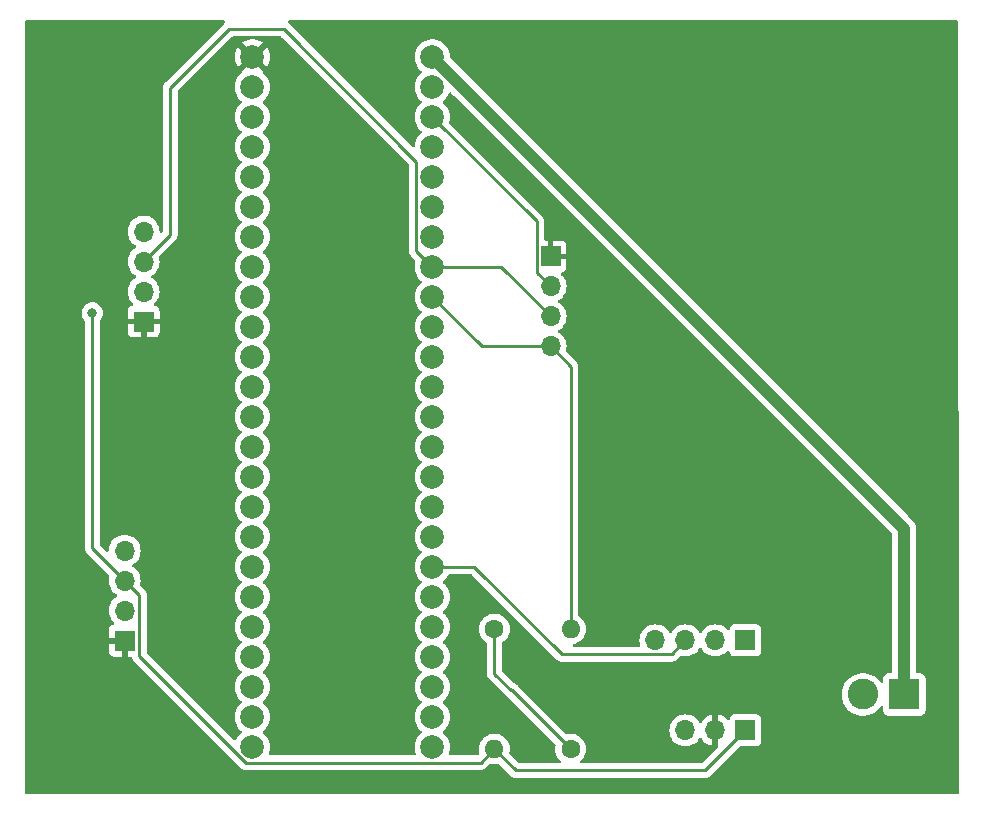
<source format=gbr>
%TF.GenerationSoftware,KiCad,Pcbnew,7.0.7*%
%TF.CreationDate,2023-11-29T00:45:09-05:00*%
%TF.ProjectId,master-board,6d617374-6572-42d6-926f-6172642e6b69,rev?*%
%TF.SameCoordinates,Original*%
%TF.FileFunction,Copper,L1,Top*%
%TF.FilePolarity,Positive*%
%FSLAX46Y46*%
G04 Gerber Fmt 4.6, Leading zero omitted, Abs format (unit mm)*
G04 Created by KiCad (PCBNEW 7.0.7) date 2023-11-29 00:45:09*
%MOMM*%
%LPD*%
G01*
G04 APERTURE LIST*
%TA.AperFunction,ComponentPad*%
%ADD10R,1.700000X1.700000*%
%TD*%
%TA.AperFunction,ComponentPad*%
%ADD11O,1.700000X1.700000*%
%TD*%
%TA.AperFunction,ComponentPad*%
%ADD12C,1.600000*%
%TD*%
%TA.AperFunction,ComponentPad*%
%ADD13O,1.600000X1.600000*%
%TD*%
%TA.AperFunction,ComponentPad*%
%ADD14C,2.000000*%
%TD*%
%TA.AperFunction,ComponentPad*%
%ADD15R,2.600000X2.600000*%
%TD*%
%TA.AperFunction,ComponentPad*%
%ADD16C,2.600000*%
%TD*%
%TA.AperFunction,ViaPad*%
%ADD17C,0.800000*%
%TD*%
%TA.AperFunction,Conductor*%
%ADD18C,1.000000*%
%TD*%
%TA.AperFunction,Conductor*%
%ADD19C,0.250000*%
%TD*%
G04 APERTURE END LIST*
D10*
%TO.P,J5,1,Pin_1*%
%TO.N,GND*%
X116950000Y-113000000D03*
D11*
%TO.P,J5,2,Pin_2*%
%TO.N,/SDA*%
X116950000Y-110460000D03*
%TO.P,J5,3,Pin_3*%
%TO.N,/SCL*%
X116950000Y-107920000D03*
%TO.P,J5,4,Pin_4*%
%TO.N,/3.3V*%
X116950000Y-105380000D03*
%TD*%
D12*
%TO.P,R2,1*%
%TO.N,/3.3V*%
X148250000Y-112020000D03*
D13*
%TO.P,R2,2*%
%TO.N,/SCL*%
X148250000Y-122180000D03*
%TD*%
D10*
%TO.P,J2,1,Pin_1*%
%TO.N,/BMP_INT*%
X169500000Y-112980000D03*
D11*
%TO.P,J2,2,Pin_2*%
%TO.N,/BMP_CS*%
X166960000Y-112980000D03*
%TO.P,J2,3,Pin_3*%
%TO.N,/BMP_I2C_ADDR*%
X164420000Y-112980000D03*
%TO.P,J2,4,Pin_4*%
%TO.N,/SDA*%
X161880000Y-112980000D03*
%TD*%
D10*
%TO.P,J6,1,Pin_1*%
%TO.N,GND*%
X118550000Y-85990000D03*
D11*
%TO.P,J6,2,Pin_2*%
%TO.N,/3.3V*%
X118550000Y-83450000D03*
%TO.P,J6,3,Pin_3*%
%TO.N,/SCL*%
X118550000Y-80910000D03*
%TO.P,J6,4,Pin_4*%
%TO.N,/SDA*%
X118550000Y-78370000D03*
%TD*%
D10*
%TO.P,J3,1,Pin_1*%
%TO.N,/SCL*%
X169500000Y-120600000D03*
D11*
%TO.P,J3,2,Pin_2*%
%TO.N,GND*%
X166960000Y-120600000D03*
%TO.P,J3,3,Pin_3*%
%TO.N,/3.3V*%
X164420000Y-120600000D03*
%TD*%
D10*
%TO.P,J4,1,Pin_1*%
%TO.N,GND*%
X153000000Y-80480000D03*
D11*
%TO.P,J4,2,Pin_2*%
%TO.N,/3.3V*%
X153000000Y-83020000D03*
%TO.P,J4,3,Pin_3*%
%TO.N,/SCL*%
X153000000Y-85560000D03*
%TO.P,J4,4,Pin_4*%
%TO.N,/SDA*%
X153000000Y-88100000D03*
%TD*%
D14*
%TO.P,Teensy4.1,0,GND*%
%TO.N,GND*%
X127760000Y-63580000D03*
%TO.P,Teensy4.1,1,RX1*%
%TO.N,unconnected-(Teensy4.1-RX1-Pad1)*%
X127760000Y-66120000D03*
%TO.P,Teensy4.1,2,TX1*%
%TO.N,unconnected-(Teensy4.1-TX1-Pad2)*%
X127760000Y-68660000D03*
%TO.P,Teensy4.1,3,PWM*%
%TO.N,unconnected-(Teensy4.1-PWM-Pad3)*%
X127760000Y-71200000D03*
%TO.P,Teensy4.1,4,PWM*%
%TO.N,unconnected-(Teensy4.1-PWM-Pad4)*%
X127760000Y-73740000D03*
%TO.P,Teensy4.1,5,PWM*%
%TO.N,unconnected-(Teensy4.1-PWM-Pad5)*%
X127760000Y-76280000D03*
%TO.P,Teensy4.1,6,PWM*%
%TO.N,unconnected-(Teensy4.1-PWM-Pad6)*%
X127760000Y-78820000D03*
%TO.P,Teensy4.1,7,PWM*%
%TO.N,unconnected-(Teensy4.1-PWM-Pad7)*%
X127760000Y-81360000D03*
%TO.P,Teensy4.1,8,RX2*%
%TO.N,unconnected-(Teensy4.1-RX2-Pad8)*%
X127760000Y-83900000D03*
%TO.P,Teensy4.1,9,TX2*%
%TO.N,unconnected-(Teensy4.1-TX2-Pad9)*%
X127760000Y-86440000D03*
%TO.P,Teensy4.1,10,PWM*%
%TO.N,unconnected-(Teensy4.1-PWM-Pad10)*%
X127760000Y-88980000D03*
%TO.P,Teensy4.1,11,CS*%
%TO.N,unconnected-(Teensy4.1-CS-Pad11)*%
X127760000Y-91520000D03*
%TO.P,Teensy4.1,12,MOSI*%
%TO.N,unconnected-(Teensy4.1-MOSI-Pad12)*%
X127760000Y-94060000D03*
%TO.P,Teensy4.1,13,MISO*%
%TO.N,unconnected-(Teensy4.1-MISO-Pad13)*%
X127760000Y-96600000D03*
%TO.P,Teensy4.1,14,3.3V*%
%TO.N,unconnected-(Teensy4.1-3.3V-Pad14)*%
X127760000Y-99140000D03*
%TO.P,Teensy4.1,15,SCL2*%
%TO.N,unconnected-(Teensy4.1-SCL2-Pad15)*%
X127760000Y-101680000D03*
%TO.P,Teensy4.1,16,SDA2*%
%TO.N,unconnected-(Teensy4.1-SDA2-Pad16)*%
X127760000Y-104220000D03*
%TO.P,Teensy4.1,17,MOSI1*%
%TO.N,unconnected-(Teensy4.1-MOSI1-Pad17)*%
X127760000Y-106760000D03*
%TO.P,Teensy4.1,18,SCK1*%
%TO.N,unconnected-(Teensy4.1-SCK1-Pad18)*%
X127760000Y-109300000D03*
%TO.P,Teensy4.1,19,RX7*%
%TO.N,unconnected-(Teensy4.1-RX7-Pad19)*%
X127760000Y-111840000D03*
%TO.P,Teensy4.1,20,TX7*%
%TO.N,unconnected-(Teensy4.1-TX7-Pad20)*%
X127760000Y-114380000D03*
%TO.P,Teensy4.1,21,GPIO*%
%TO.N,unconnected-(Teensy4.1-GPIO-Pad21)*%
X127760000Y-116920000D03*
%TO.P,Teensy4.1,22,GPIO*%
%TO.N,unconnected-(Teensy4.1-GPIO-Pad22)*%
X127760000Y-119460000D03*
%TO.P,Teensy4.1,23,GPIO*%
%TO.N,unconnected-(Teensy4.1-GPIO-Pad23)*%
X127760000Y-122000000D03*
%TO.P,Teensy4.1,24,PWM*%
%TO.N,unconnected-(Teensy4.1-PWM-Pad24)*%
X143000000Y-122000000D03*
%TO.P,Teensy4.1,25,RX8*%
%TO.N,unconnected-(Teensy4.1-RX8-Pad25)*%
X143000000Y-119460000D03*
%TO.P,Teensy4.1,26,TX8*%
%TO.N,unconnected-(Teensy4.1-TX8-Pad26)*%
X143000000Y-116920000D03*
%TO.P,Teensy4.1,27,PWM*%
%TO.N,unconnected-(Teensy4.1-PWM-Pad27)*%
X143000000Y-114380000D03*
%TO.P,Teensy4.1,28,PWM*%
%TO.N,/BMP_INT*%
X143000000Y-111840000D03*
%TO.P,Teensy4.1,29,CS1*%
%TO.N,/BMP_CS*%
X143000000Y-109300000D03*
%TO.P,Teensy4.1,30,MISO*%
%TO.N,/BMP_I2C_ADDR*%
X143000000Y-106760000D03*
%TO.P,Teensy4.1,31,A16*%
%TO.N,unconnected-(Teensy4.1-A16-Pad31)*%
X143000000Y-104220000D03*
%TO.P,Teensy4.1,32,A17*%
%TO.N,unconnected-(Teensy4.1-A17-Pad32)*%
X143000000Y-101680000D03*
%TO.P,Teensy4.1,33,GND*%
%TO.N,unconnected-(Teensy4.1-GND-Pad33)*%
X143000000Y-99140000D03*
%TO.P,Teensy4.1,34,SCK*%
%TO.N,unconnected-(Teensy4.1-SCK-Pad34)*%
X143000000Y-96600000D03*
%TO.P,Teensy4.1,35,A0*%
%TO.N,unconnected-(Teensy4.1-A0-Pad35)*%
X143000000Y-94060000D03*
%TO.P,Teensy4.1,36,A1*%
%TO.N,unconnected-(Teensy4.1-A1-Pad36)*%
X143000000Y-91520000D03*
%TO.P,Teensy4.1,37,A2*%
%TO.N,unconnected-(Teensy4.1-A2-Pad37)*%
X143000000Y-88980000D03*
%TO.P,Teensy4.1,38,A3*%
%TO.N,unconnected-(Teensy4.1-A3-Pad38)*%
X143000000Y-86440000D03*
%TO.P,Teensy4.1,39,SDA*%
%TO.N,/SDA*%
X143000000Y-83900000D03*
%TO.P,Teensy4.1,40,SCL*%
%TO.N,/SCL*%
X143000000Y-81360000D03*
%TO.P,Teensy4.1,41,TX5*%
%TO.N,unconnected-(Teensy4.1-TX5-Pad41)*%
X143000000Y-78820000D03*
%TO.P,Teensy4.1,42,RX5*%
%TO.N,unconnected-(Teensy4.1-RX5-Pad42)*%
X143000000Y-76280000D03*
%TO.P,Teensy4.1,43,PWM*%
%TO.N,unconnected-(Teensy4.1-PWM-Pad43)*%
X143000000Y-73740000D03*
%TO.P,Teensy4.1,44,PWM*%
%TO.N,unconnected-(Teensy4.1-PWM-Pad44)*%
X143000000Y-71200000D03*
%TO.P,Teensy4.1,45,3.3V*%
%TO.N,/3.3V*%
X143000000Y-68660000D03*
%TO.P,Teensy4.1,46,GND*%
%TO.N,Net-(J1-Pin_2)*%
X143000000Y-66120000D03*
%TO.P,Teensy4.1,47,Vin*%
%TO.N,Net-(J1-Pin_1)*%
X143000000Y-63580000D03*
%TD*%
D15*
%TO.P,J1,1,Pin_1*%
%TO.N,Net-(J1-Pin_1)*%
X182950000Y-117555000D03*
D16*
%TO.P,J1,2,Pin_2*%
%TO.N,Net-(J1-Pin_2)*%
X179450000Y-117555000D03*
%TD*%
D12*
%TO.P,R1,1*%
%TO.N,/3.3V*%
X154700000Y-122180000D03*
D13*
%TO.P,R1,2*%
%TO.N,/SDA*%
X154700000Y-112020000D03*
%TD*%
D17*
%TO.N,/SCL*%
X114200000Y-85260000D03*
%TD*%
D18*
%TO.N,Net-(J1-Pin_1)*%
X182950000Y-117555000D02*
X182950000Y-103530000D01*
X182950000Y-103530000D02*
X143000000Y-63580000D01*
D19*
%TO.N,/BMP_I2C_ADDR*%
X146560000Y-106760000D02*
X143000000Y-106760000D01*
X163245000Y-114155000D02*
X153955000Y-114155000D01*
X153955000Y-114155000D02*
X146560000Y-106760000D01*
X164420000Y-112980000D02*
X163245000Y-114155000D01*
%TO.N,/SDA*%
X154700000Y-112020000D02*
X154700000Y-89800000D01*
X153000000Y-88100000D02*
X147200000Y-88100000D01*
X154700000Y-89800000D02*
X153000000Y-88100000D01*
X147200000Y-88100000D02*
X143000000Y-83900000D01*
%TO.N,/SCL*%
X148250000Y-122180000D02*
X150070000Y-124000000D01*
X120800000Y-66200000D02*
X125800000Y-61200000D01*
X127211167Y-123325000D02*
X118200000Y-114313833D01*
X141650000Y-80010000D02*
X143000000Y-81360000D01*
X148800000Y-81360000D02*
X153000000Y-85560000D01*
X118550000Y-80910000D02*
X118550000Y-80900000D01*
X118200000Y-114313833D02*
X118200000Y-109170000D01*
X125800000Y-61200000D02*
X130400000Y-61200000D01*
X147105000Y-123325000D02*
X127211167Y-123325000D01*
X166100000Y-124000000D02*
X169500000Y-120600000D01*
X120800000Y-78650000D02*
X120800000Y-66200000D01*
X143000000Y-81360000D02*
X148800000Y-81360000D01*
X150070000Y-124000000D02*
X166100000Y-124000000D01*
X118550000Y-80900000D02*
X120800000Y-78650000D01*
X118200000Y-109170000D02*
X116950000Y-107920000D01*
X130400000Y-61200000D02*
X141650000Y-72450000D01*
X116950000Y-107920000D02*
X114200000Y-105170000D01*
X141650000Y-72450000D02*
X141650000Y-80010000D01*
X114200000Y-105170000D02*
X114200000Y-85260000D01*
X148250000Y-122180000D02*
X147105000Y-123325000D01*
%TO.N,/3.3V*%
X151825000Y-77485000D02*
X143000000Y-68660000D01*
X154700000Y-122180000D02*
X149720000Y-117200000D01*
X149720000Y-117200000D02*
X149650000Y-117200000D01*
X148250000Y-115800000D02*
X148250000Y-112020000D01*
X149650000Y-117200000D02*
X148250000Y-115800000D01*
X153000000Y-83020000D02*
X151825000Y-81845000D01*
X151825000Y-81845000D02*
X151825000Y-77485000D01*
%TD*%
%TA.AperFunction,Conductor*%
%TO.N,GND*%
G36*
X125383086Y-60519685D02*
G01*
X125428841Y-60572489D01*
X125438785Y-60641647D01*
X125409760Y-60705203D01*
X125403728Y-60711681D01*
X125399416Y-60715993D01*
X125384624Y-60728627D01*
X125368414Y-60740404D01*
X125368411Y-60740407D01*
X125338710Y-60776309D01*
X125334777Y-60780631D01*
X120416208Y-65699199D01*
X120403951Y-65709020D01*
X120404134Y-65709241D01*
X120398123Y-65714213D01*
X120350772Y-65764636D01*
X120329889Y-65785519D01*
X120329877Y-65785532D01*
X120325621Y-65791017D01*
X120321837Y-65795447D01*
X120289937Y-65829418D01*
X120289936Y-65829420D01*
X120280284Y-65846976D01*
X120269610Y-65863226D01*
X120257329Y-65879061D01*
X120257324Y-65879068D01*
X120238815Y-65921838D01*
X120236245Y-65927084D01*
X120213803Y-65967906D01*
X120208822Y-65987307D01*
X120202521Y-66005710D01*
X120194562Y-66024102D01*
X120194561Y-66024105D01*
X120187271Y-66070127D01*
X120186087Y-66075846D01*
X120174501Y-66120972D01*
X120174500Y-66120982D01*
X120174500Y-66141016D01*
X120172973Y-66160415D01*
X120169840Y-66180194D01*
X120169839Y-66180197D01*
X120174224Y-66226585D01*
X120174499Y-66232421D01*
X120174499Y-78339546D01*
X120154814Y-78406585D01*
X120138180Y-78427227D01*
X120117002Y-78448405D01*
X120055679Y-78481890D01*
X119985987Y-78476906D01*
X119930054Y-78435034D01*
X119905793Y-78371532D01*
X119905659Y-78369999D01*
X119885063Y-78134592D01*
X119823903Y-77906337D01*
X119724035Y-77692171D01*
X119636910Y-77567742D01*
X119588494Y-77498597D01*
X119421402Y-77331506D01*
X119421395Y-77331501D01*
X119227834Y-77195967D01*
X119227830Y-77195965D01*
X119227830Y-77195964D01*
X119013663Y-77096097D01*
X119013659Y-77096096D01*
X119013655Y-77096094D01*
X118785413Y-77034938D01*
X118785403Y-77034936D01*
X118550001Y-77014341D01*
X118549999Y-77014341D01*
X118314596Y-77034936D01*
X118314586Y-77034938D01*
X118086344Y-77096094D01*
X118086335Y-77096098D01*
X117872171Y-77195964D01*
X117872169Y-77195965D01*
X117678597Y-77331505D01*
X117511505Y-77498597D01*
X117375965Y-77692169D01*
X117375964Y-77692171D01*
X117276098Y-77906335D01*
X117276094Y-77906344D01*
X117214938Y-78134586D01*
X117214936Y-78134596D01*
X117194341Y-78369999D01*
X117194341Y-78370000D01*
X117214936Y-78605403D01*
X117214938Y-78605413D01*
X117276094Y-78833655D01*
X117276096Y-78833659D01*
X117276097Y-78833663D01*
X117340109Y-78970936D01*
X117375965Y-79047830D01*
X117375967Y-79047834D01*
X117511501Y-79241395D01*
X117511506Y-79241402D01*
X117678597Y-79408493D01*
X117678603Y-79408498D01*
X117864158Y-79538425D01*
X117907783Y-79593002D01*
X117914977Y-79662500D01*
X117883454Y-79724855D01*
X117864158Y-79741575D01*
X117678597Y-79871505D01*
X117511505Y-80038597D01*
X117375965Y-80232169D01*
X117375964Y-80232171D01*
X117276098Y-80446335D01*
X117276094Y-80446344D01*
X117214938Y-80674586D01*
X117214936Y-80674596D01*
X117194341Y-80909999D01*
X117194341Y-80910000D01*
X117214936Y-81145403D01*
X117214938Y-81145413D01*
X117276094Y-81373655D01*
X117276096Y-81373659D01*
X117276097Y-81373663D01*
X117368623Y-81572086D01*
X117375965Y-81587830D01*
X117375967Y-81587834D01*
X117475782Y-81730384D01*
X117505870Y-81773354D01*
X117511501Y-81781395D01*
X117511506Y-81781402D01*
X117678597Y-81948493D01*
X117678603Y-81948498D01*
X117864158Y-82078425D01*
X117907783Y-82133002D01*
X117914977Y-82202500D01*
X117883454Y-82264855D01*
X117864158Y-82281575D01*
X117678597Y-82411505D01*
X117511505Y-82578597D01*
X117375965Y-82772169D01*
X117375964Y-82772171D01*
X117276098Y-82986335D01*
X117276094Y-82986344D01*
X117214938Y-83214586D01*
X117214936Y-83214596D01*
X117194341Y-83449999D01*
X117194341Y-83450000D01*
X117214936Y-83685403D01*
X117214938Y-83685413D01*
X117276094Y-83913655D01*
X117276096Y-83913659D01*
X117276097Y-83913663D01*
X117343635Y-84058498D01*
X117375965Y-84127830D01*
X117375967Y-84127834D01*
X117473763Y-84267500D01*
X117511501Y-84321396D01*
X117511506Y-84321402D01*
X117633818Y-84443714D01*
X117667303Y-84505037D01*
X117662319Y-84574729D01*
X117620447Y-84630662D01*
X117589471Y-84647577D01*
X117457912Y-84696646D01*
X117457906Y-84696649D01*
X117342812Y-84782809D01*
X117342809Y-84782812D01*
X117256649Y-84897906D01*
X117256645Y-84897913D01*
X117206403Y-85032620D01*
X117206401Y-85032627D01*
X117200000Y-85092155D01*
X117200000Y-85740000D01*
X117936653Y-85740000D01*
X118003692Y-85759685D01*
X118049447Y-85812489D01*
X118059391Y-85881647D01*
X118055631Y-85898933D01*
X118050000Y-85918111D01*
X118050000Y-86061888D01*
X118055631Y-86081067D01*
X118055630Y-86150936D01*
X118017855Y-86209714D01*
X117954299Y-86238738D01*
X117936653Y-86240000D01*
X117200000Y-86240000D01*
X117200000Y-86887844D01*
X117206401Y-86947372D01*
X117206403Y-86947379D01*
X117256645Y-87082086D01*
X117256649Y-87082093D01*
X117342809Y-87197187D01*
X117342812Y-87197190D01*
X117457906Y-87283350D01*
X117457913Y-87283354D01*
X117592620Y-87333596D01*
X117592627Y-87333598D01*
X117652155Y-87339999D01*
X117652172Y-87340000D01*
X118300000Y-87340000D01*
X118300000Y-86602301D01*
X118319685Y-86535262D01*
X118372489Y-86489507D01*
X118441647Y-86479563D01*
X118514237Y-86490000D01*
X118514238Y-86490000D01*
X118585762Y-86490000D01*
X118585763Y-86490000D01*
X118658353Y-86479563D01*
X118727512Y-86489507D01*
X118780315Y-86535262D01*
X118800000Y-86602301D01*
X118800000Y-87340000D01*
X119447828Y-87340000D01*
X119447844Y-87339999D01*
X119507372Y-87333598D01*
X119507379Y-87333596D01*
X119642086Y-87283354D01*
X119642093Y-87283350D01*
X119757187Y-87197190D01*
X119757190Y-87197187D01*
X119843350Y-87082093D01*
X119843354Y-87082086D01*
X119893596Y-86947379D01*
X119893598Y-86947372D01*
X119899999Y-86887844D01*
X119900000Y-86887827D01*
X119900000Y-86240000D01*
X119163347Y-86240000D01*
X119096308Y-86220315D01*
X119050553Y-86167511D01*
X119040609Y-86098353D01*
X119044369Y-86081067D01*
X119050000Y-86061888D01*
X119050000Y-85918111D01*
X119044369Y-85898933D01*
X119044370Y-85829064D01*
X119082145Y-85770286D01*
X119145701Y-85741262D01*
X119163347Y-85740000D01*
X119900000Y-85740000D01*
X119900000Y-85092172D01*
X119899999Y-85092155D01*
X119893598Y-85032627D01*
X119893596Y-85032620D01*
X119843354Y-84897913D01*
X119843350Y-84897906D01*
X119757190Y-84782812D01*
X119757187Y-84782809D01*
X119642093Y-84696649D01*
X119642088Y-84696646D01*
X119510528Y-84647577D01*
X119454595Y-84605705D01*
X119430178Y-84540241D01*
X119445030Y-84471968D01*
X119466175Y-84443720D01*
X119588495Y-84321401D01*
X119724035Y-84127830D01*
X119823903Y-83913663D01*
X119885063Y-83685408D01*
X119905659Y-83450000D01*
X119885063Y-83214592D01*
X119823903Y-82986337D01*
X119724035Y-82772171D01*
X119662386Y-82684126D01*
X119588494Y-82578597D01*
X119421402Y-82411506D01*
X119421396Y-82411501D01*
X119235842Y-82281575D01*
X119192217Y-82226998D01*
X119185023Y-82157500D01*
X119216546Y-82095145D01*
X119235842Y-82078425D01*
X119310304Y-82026286D01*
X119421401Y-81948495D01*
X119588495Y-81781401D01*
X119724035Y-81587830D01*
X119823903Y-81373663D01*
X119885063Y-81145408D01*
X119905659Y-80910000D01*
X119885063Y-80674592D01*
X119869383Y-80616076D01*
X119856030Y-80566238D01*
X119857693Y-80496388D01*
X119888122Y-80446466D01*
X121183786Y-79150802D01*
X121196048Y-79140980D01*
X121195865Y-79140759D01*
X121201867Y-79135792D01*
X121201877Y-79135786D01*
X121249241Y-79085348D01*
X121270120Y-79064470D01*
X121274373Y-79058986D01*
X121278150Y-79054563D01*
X121310062Y-79020582D01*
X121319714Y-79003023D01*
X121330389Y-78986772D01*
X121342674Y-78970936D01*
X121361186Y-78928152D01*
X121363742Y-78922935D01*
X121386197Y-78882092D01*
X121391180Y-78862680D01*
X121397477Y-78844291D01*
X121405438Y-78825895D01*
X121412729Y-78779853D01*
X121413906Y-78774166D01*
X121425500Y-78729019D01*
X121425499Y-78708986D01*
X121427027Y-78689583D01*
X121430159Y-78669808D01*
X121430160Y-78669806D01*
X121425775Y-78623415D01*
X121425500Y-78617577D01*
X121425500Y-72567854D01*
X121425500Y-66510448D01*
X121445184Y-66443413D01*
X121461813Y-66422776D01*
X126022771Y-61861819D01*
X126084095Y-61828334D01*
X126110453Y-61825500D01*
X130089548Y-61825500D01*
X130156587Y-61845185D01*
X130177229Y-61861819D01*
X140988181Y-72672771D01*
X141021666Y-72734094D01*
X141024500Y-72760452D01*
X141024500Y-79927255D01*
X141022775Y-79942872D01*
X141023061Y-79942899D01*
X141022326Y-79950665D01*
X141024500Y-80019814D01*
X141024500Y-80049343D01*
X141024501Y-80049360D01*
X141025368Y-80056231D01*
X141025826Y-80062050D01*
X141027290Y-80108624D01*
X141027291Y-80108627D01*
X141032880Y-80127867D01*
X141036824Y-80146911D01*
X141039336Y-80166792D01*
X141047675Y-80187854D01*
X141056490Y-80210119D01*
X141058382Y-80215647D01*
X141071351Y-80260286D01*
X141071382Y-80260390D01*
X141077157Y-80270156D01*
X141081580Y-80277634D01*
X141090138Y-80295103D01*
X141097514Y-80313732D01*
X141124898Y-80351423D01*
X141128106Y-80356307D01*
X141151827Y-80396416D01*
X141151833Y-80396424D01*
X141165990Y-80410580D01*
X141178628Y-80425376D01*
X141190405Y-80441586D01*
X141190406Y-80441587D01*
X141226309Y-80471288D01*
X141230620Y-80475210D01*
X141398803Y-80643393D01*
X141536338Y-80780928D01*
X141569823Y-80842251D01*
X141568863Y-80899049D01*
X141514892Y-81112174D01*
X141514890Y-81112187D01*
X141494357Y-81359994D01*
X141494357Y-81360005D01*
X141514890Y-81607812D01*
X141514892Y-81607824D01*
X141575936Y-81848881D01*
X141675826Y-82076606D01*
X141811833Y-82284782D01*
X141811836Y-82284785D01*
X141980256Y-82467738D01*
X142063008Y-82532147D01*
X142103821Y-82588857D01*
X142107496Y-82658630D01*
X142072864Y-82719313D01*
X142063014Y-82727848D01*
X142006071Y-82772169D01*
X141980257Y-82792261D01*
X141811833Y-82975217D01*
X141675826Y-83183393D01*
X141575936Y-83411118D01*
X141514892Y-83652175D01*
X141514890Y-83652187D01*
X141494357Y-83899994D01*
X141494357Y-83900005D01*
X141514890Y-84147812D01*
X141514892Y-84147824D01*
X141575936Y-84388881D01*
X141675826Y-84616606D01*
X141811833Y-84824782D01*
X141811836Y-84824785D01*
X141980256Y-85007738D01*
X142063008Y-85072147D01*
X142103821Y-85128857D01*
X142107496Y-85198630D01*
X142072864Y-85259313D01*
X142063014Y-85267848D01*
X142004400Y-85313469D01*
X141980257Y-85332261D01*
X141811833Y-85515217D01*
X141675826Y-85723393D01*
X141575936Y-85951118D01*
X141514892Y-86192175D01*
X141514890Y-86192187D01*
X141494357Y-86439994D01*
X141494357Y-86440005D01*
X141514890Y-86687812D01*
X141514892Y-86687824D01*
X141575936Y-86928881D01*
X141675826Y-87156606D01*
X141811833Y-87364782D01*
X141811836Y-87364785D01*
X141980256Y-87547738D01*
X142063008Y-87612147D01*
X142103821Y-87668857D01*
X142107496Y-87738630D01*
X142072864Y-87799313D01*
X142063014Y-87807848D01*
X142004400Y-87853469D01*
X141980257Y-87872261D01*
X141811833Y-88055217D01*
X141675826Y-88263393D01*
X141575936Y-88491118D01*
X141514892Y-88732175D01*
X141514890Y-88732187D01*
X141494357Y-88979994D01*
X141494357Y-88980005D01*
X141514890Y-89227812D01*
X141514892Y-89227824D01*
X141575936Y-89468881D01*
X141675826Y-89696606D01*
X141811833Y-89904782D01*
X141811836Y-89904785D01*
X141980256Y-90087738D01*
X142063008Y-90152147D01*
X142103821Y-90208857D01*
X142107496Y-90278630D01*
X142072864Y-90339313D01*
X142063014Y-90347848D01*
X142004400Y-90393469D01*
X141980257Y-90412261D01*
X141811833Y-90595217D01*
X141675826Y-90803393D01*
X141575936Y-91031118D01*
X141514892Y-91272175D01*
X141514890Y-91272187D01*
X141494357Y-91519994D01*
X141494357Y-91520005D01*
X141514890Y-91767812D01*
X141514892Y-91767824D01*
X141575936Y-92008881D01*
X141675826Y-92236606D01*
X141811833Y-92444782D01*
X141811836Y-92444785D01*
X141980256Y-92627738D01*
X142063008Y-92692147D01*
X142103821Y-92748857D01*
X142107496Y-92818630D01*
X142072864Y-92879313D01*
X142063014Y-92887848D01*
X142004400Y-92933469D01*
X141980257Y-92952261D01*
X141811833Y-93135217D01*
X141675826Y-93343393D01*
X141575936Y-93571118D01*
X141514892Y-93812175D01*
X141514890Y-93812187D01*
X141494357Y-94059994D01*
X141494357Y-94060005D01*
X141514890Y-94307812D01*
X141514892Y-94307824D01*
X141575936Y-94548881D01*
X141675826Y-94776606D01*
X141811833Y-94984782D01*
X141811836Y-94984785D01*
X141980256Y-95167738D01*
X142063008Y-95232146D01*
X142103820Y-95288856D01*
X142107495Y-95358629D01*
X142072864Y-95419312D01*
X142063009Y-95427852D01*
X141980255Y-95492262D01*
X141811833Y-95675217D01*
X141675826Y-95883393D01*
X141575936Y-96111118D01*
X141514892Y-96352175D01*
X141514890Y-96352187D01*
X141494357Y-96599994D01*
X141494357Y-96600005D01*
X141514890Y-96847812D01*
X141514892Y-96847824D01*
X141575936Y-97088881D01*
X141675826Y-97316606D01*
X141811833Y-97524782D01*
X141811836Y-97524785D01*
X141980256Y-97707738D01*
X142063008Y-97772147D01*
X142103821Y-97828857D01*
X142107496Y-97898630D01*
X142072864Y-97959313D01*
X142063014Y-97967848D01*
X142004400Y-98013469D01*
X141980257Y-98032261D01*
X141811833Y-98215217D01*
X141675826Y-98423393D01*
X141575936Y-98651118D01*
X141514892Y-98892175D01*
X141514890Y-98892187D01*
X141494357Y-99139994D01*
X141494357Y-99140005D01*
X141514890Y-99387812D01*
X141514892Y-99387824D01*
X141575936Y-99628881D01*
X141675826Y-99856606D01*
X141811833Y-100064782D01*
X141811836Y-100064785D01*
X141980256Y-100247738D01*
X142063008Y-100312147D01*
X142103821Y-100368857D01*
X142107496Y-100438630D01*
X142072864Y-100499313D01*
X142063014Y-100507848D01*
X142004400Y-100553469D01*
X141980257Y-100572261D01*
X141811833Y-100755217D01*
X141675826Y-100963393D01*
X141575936Y-101191118D01*
X141514892Y-101432175D01*
X141514890Y-101432187D01*
X141494357Y-101679994D01*
X141494357Y-101680005D01*
X141514890Y-101927812D01*
X141514892Y-101927824D01*
X141575936Y-102168881D01*
X141675826Y-102396606D01*
X141811833Y-102604782D01*
X141811836Y-102604785D01*
X141980256Y-102787738D01*
X142063008Y-102852147D01*
X142103821Y-102908857D01*
X142107496Y-102978630D01*
X142072864Y-103039313D01*
X142063014Y-103047848D01*
X142041771Y-103064383D01*
X141980257Y-103112261D01*
X141811833Y-103295217D01*
X141675826Y-103503393D01*
X141575936Y-103731118D01*
X141514892Y-103972175D01*
X141514890Y-103972187D01*
X141494357Y-104219994D01*
X141494357Y-104220005D01*
X141514890Y-104467812D01*
X141514892Y-104467824D01*
X141575936Y-104708881D01*
X141675826Y-104936606D01*
X141811833Y-105144782D01*
X141811836Y-105144785D01*
X141980256Y-105327738D01*
X142063008Y-105392146D01*
X142103820Y-105448856D01*
X142107495Y-105518629D01*
X142072864Y-105579312D01*
X142063009Y-105587852D01*
X141980255Y-105652262D01*
X141811833Y-105835217D01*
X141675826Y-106043393D01*
X141575936Y-106271118D01*
X141514892Y-106512175D01*
X141514890Y-106512187D01*
X141494357Y-106759994D01*
X141494357Y-106760005D01*
X141514890Y-107007812D01*
X141514892Y-107007824D01*
X141575936Y-107248881D01*
X141675826Y-107476606D01*
X141811833Y-107684782D01*
X141811836Y-107684785D01*
X141980256Y-107867738D01*
X142063008Y-107932146D01*
X142103820Y-107988856D01*
X142107495Y-108058629D01*
X142072864Y-108119312D01*
X142063009Y-108127852D01*
X141980255Y-108192262D01*
X141811833Y-108375217D01*
X141675826Y-108583393D01*
X141575936Y-108811118D01*
X141514892Y-109052175D01*
X141514890Y-109052187D01*
X141494357Y-109299994D01*
X141494357Y-109300005D01*
X141514890Y-109547812D01*
X141514892Y-109547824D01*
X141575936Y-109788881D01*
X141675826Y-110016606D01*
X141811833Y-110224782D01*
X141811836Y-110224785D01*
X141980256Y-110407738D01*
X142063008Y-110472147D01*
X142103821Y-110528857D01*
X142107496Y-110598630D01*
X142072864Y-110659313D01*
X142063014Y-110667848D01*
X142027606Y-110695408D01*
X141980257Y-110732261D01*
X141811833Y-110915217D01*
X141675826Y-111123393D01*
X141575936Y-111351118D01*
X141514892Y-111592175D01*
X141514890Y-111592187D01*
X141494357Y-111839994D01*
X141494357Y-111840005D01*
X141514890Y-112087812D01*
X141514892Y-112087824D01*
X141575936Y-112328881D01*
X141675826Y-112556606D01*
X141811833Y-112764782D01*
X141811836Y-112764785D01*
X141980256Y-112947738D01*
X142063008Y-113012147D01*
X142103821Y-113068857D01*
X142107496Y-113138630D01*
X142072864Y-113199313D01*
X142063014Y-113207848D01*
X142015692Y-113244681D01*
X141980257Y-113272261D01*
X141811833Y-113455217D01*
X141675826Y-113663393D01*
X141575936Y-113891118D01*
X141514892Y-114132175D01*
X141514890Y-114132187D01*
X141494357Y-114379994D01*
X141494357Y-114380005D01*
X141514890Y-114627812D01*
X141514892Y-114627824D01*
X141575936Y-114868881D01*
X141675826Y-115096606D01*
X141811833Y-115304782D01*
X141811836Y-115304785D01*
X141980256Y-115487738D01*
X142063008Y-115552147D01*
X142103821Y-115608857D01*
X142107496Y-115678630D01*
X142072864Y-115739313D01*
X142063014Y-115747848D01*
X142004400Y-115793469D01*
X141980257Y-115812261D01*
X141811833Y-115995217D01*
X141675826Y-116203393D01*
X141575936Y-116431118D01*
X141514892Y-116672175D01*
X141514890Y-116672187D01*
X141494357Y-116919994D01*
X141494357Y-116920005D01*
X141514890Y-117167812D01*
X141514892Y-117167824D01*
X141575936Y-117408881D01*
X141675826Y-117636606D01*
X141811833Y-117844782D01*
X141811836Y-117844785D01*
X141980256Y-118027738D01*
X142063008Y-118092147D01*
X142103821Y-118148857D01*
X142107496Y-118218630D01*
X142072864Y-118279313D01*
X142063014Y-118287848D01*
X142004400Y-118333469D01*
X141980257Y-118352261D01*
X141811833Y-118535217D01*
X141675826Y-118743393D01*
X141575936Y-118971118D01*
X141514892Y-119212175D01*
X141514890Y-119212187D01*
X141494357Y-119459994D01*
X141494357Y-119460005D01*
X141514890Y-119707812D01*
X141514892Y-119707824D01*
X141575936Y-119948881D01*
X141675826Y-120176606D01*
X141811833Y-120384782D01*
X141811836Y-120384785D01*
X141980256Y-120567738D01*
X142063008Y-120632146D01*
X142103820Y-120688856D01*
X142107495Y-120758629D01*
X142072864Y-120819312D01*
X142063009Y-120827852D01*
X141980255Y-120892262D01*
X141811833Y-121075217D01*
X141675826Y-121283393D01*
X141575936Y-121511118D01*
X141514892Y-121752175D01*
X141514890Y-121752187D01*
X141494357Y-121999994D01*
X141494357Y-122000005D01*
X141514890Y-122247812D01*
X141514892Y-122247824D01*
X141555125Y-122406697D01*
X141575937Y-122488881D01*
X141592083Y-122525690D01*
X141600986Y-122594989D01*
X141571009Y-122658102D01*
X141511670Y-122694989D01*
X141478527Y-122699500D01*
X129281473Y-122699500D01*
X129214434Y-122679815D01*
X129168679Y-122627011D01*
X129158735Y-122557853D01*
X129167916Y-122525692D01*
X129184063Y-122488881D01*
X129245108Y-122247821D01*
X129250728Y-122179998D01*
X129265643Y-122000005D01*
X129265643Y-121999994D01*
X129245109Y-121752187D01*
X129245107Y-121752175D01*
X129184063Y-121511118D01*
X129084173Y-121283393D01*
X128948166Y-121075217D01*
X128924428Y-121049431D01*
X128779744Y-120892262D01*
X128696991Y-120827852D01*
X128656179Y-120771143D01*
X128652504Y-120701370D01*
X128687136Y-120640687D01*
X128696985Y-120632151D01*
X128779744Y-120567738D01*
X128948164Y-120384785D01*
X129084173Y-120176607D01*
X129184063Y-119948881D01*
X129245108Y-119707821D01*
X129245580Y-119702123D01*
X129265643Y-119460005D01*
X129265643Y-119459994D01*
X129245109Y-119212187D01*
X129245107Y-119212175D01*
X129184063Y-118971118D01*
X129084173Y-118743393D01*
X128948166Y-118535217D01*
X128926557Y-118511744D01*
X128779744Y-118352262D01*
X128696991Y-118287852D01*
X128656179Y-118231143D01*
X128652504Y-118161370D01*
X128687136Y-118100687D01*
X128696985Y-118092151D01*
X128779744Y-118027738D01*
X128948164Y-117844785D01*
X129084173Y-117636607D01*
X129184063Y-117408881D01*
X129245108Y-117167821D01*
X129257124Y-117022811D01*
X129265643Y-116920005D01*
X129265643Y-116919994D01*
X129245109Y-116672187D01*
X129245107Y-116672175D01*
X129184063Y-116431118D01*
X129084173Y-116203393D01*
X128948166Y-115995217D01*
X128876952Y-115917858D01*
X128779744Y-115812262D01*
X128696991Y-115747852D01*
X128656179Y-115691143D01*
X128652504Y-115621370D01*
X128687136Y-115560687D01*
X128696985Y-115552151D01*
X128779744Y-115487738D01*
X128948164Y-115304785D01*
X129084173Y-115096607D01*
X129184063Y-114868881D01*
X129245108Y-114627821D01*
X129247063Y-114604226D01*
X129265643Y-114380005D01*
X129265643Y-114379994D01*
X129245109Y-114132187D01*
X129245107Y-114132175D01*
X129184063Y-113891118D01*
X129084173Y-113663393D01*
X128948166Y-113455217D01*
X128886153Y-113387853D01*
X128779744Y-113272262D01*
X128696991Y-113207852D01*
X128656179Y-113151143D01*
X128652504Y-113081370D01*
X128687136Y-113020687D01*
X128696985Y-113012151D01*
X128779744Y-112947738D01*
X128948164Y-112764785D01*
X129084173Y-112556607D01*
X129184063Y-112328881D01*
X129245108Y-112087821D01*
X129245109Y-112087812D01*
X129265643Y-111840005D01*
X129265643Y-111839994D01*
X129245109Y-111592187D01*
X129245107Y-111592175D01*
X129184063Y-111351118D01*
X129084173Y-111123393D01*
X128948166Y-110915217D01*
X128890715Y-110852809D01*
X128779744Y-110732262D01*
X128696991Y-110667852D01*
X128656179Y-110611143D01*
X128652504Y-110541370D01*
X128687136Y-110480687D01*
X128696985Y-110472151D01*
X128779744Y-110407738D01*
X128948164Y-110224785D01*
X128948288Y-110224596D01*
X128956014Y-110212769D01*
X129084173Y-110016607D01*
X129184063Y-109788881D01*
X129245108Y-109547821D01*
X129265643Y-109300000D01*
X129264480Y-109285965D01*
X129245109Y-109052187D01*
X129245107Y-109052175D01*
X129184063Y-108811118D01*
X129084173Y-108583393D01*
X128948166Y-108375217D01*
X128892110Y-108314324D01*
X128779744Y-108192262D01*
X128696991Y-108127852D01*
X128656179Y-108071143D01*
X128652504Y-108001370D01*
X128687136Y-107940687D01*
X128696985Y-107932151D01*
X128779744Y-107867738D01*
X128948164Y-107684785D01*
X128948288Y-107684596D01*
X128956014Y-107672769D01*
X129084173Y-107476607D01*
X129184063Y-107248881D01*
X129245108Y-107007821D01*
X129265643Y-106760000D01*
X129264480Y-106745965D01*
X129245109Y-106512187D01*
X129245107Y-106512175D01*
X129184063Y-106271118D01*
X129084173Y-106043393D01*
X128948166Y-105835217D01*
X128926557Y-105811744D01*
X128779744Y-105652262D01*
X128696991Y-105587852D01*
X128656179Y-105531143D01*
X128652504Y-105461370D01*
X128687136Y-105400687D01*
X128696985Y-105392151D01*
X128779744Y-105327738D01*
X128948164Y-105144785D01*
X128948288Y-105144596D01*
X128985746Y-105087261D01*
X129084173Y-104936607D01*
X129184063Y-104708881D01*
X129245108Y-104467821D01*
X129265643Y-104220000D01*
X129264480Y-104205967D01*
X129245109Y-103972187D01*
X129245107Y-103972175D01*
X129184063Y-103731118D01*
X129084173Y-103503393D01*
X128948166Y-103295217D01*
X128855163Y-103194189D01*
X128779744Y-103112262D01*
X128696991Y-103047852D01*
X128656179Y-102991143D01*
X128652504Y-102921370D01*
X128687136Y-102860687D01*
X128696985Y-102852151D01*
X128779744Y-102787738D01*
X128948164Y-102604785D01*
X129084173Y-102396607D01*
X129184063Y-102168881D01*
X129245108Y-101927821D01*
X129265643Y-101680000D01*
X129245108Y-101432179D01*
X129184063Y-101191119D01*
X129084173Y-100963393D01*
X129084173Y-100963392D01*
X128948166Y-100755217D01*
X128927860Y-100733159D01*
X128779744Y-100572262D01*
X128752525Y-100551077D01*
X128696991Y-100507852D01*
X128656178Y-100451141D01*
X128652505Y-100381368D01*
X128687136Y-100320685D01*
X128696974Y-100312160D01*
X128779744Y-100247738D01*
X128948164Y-100064785D01*
X129084173Y-99856607D01*
X129184063Y-99628881D01*
X129245108Y-99387821D01*
X129265643Y-99140000D01*
X129245108Y-98892179D01*
X129184063Y-98651119D01*
X129084173Y-98423393D01*
X129084173Y-98423392D01*
X128948166Y-98215217D01*
X128927860Y-98193159D01*
X128779744Y-98032262D01*
X128752525Y-98011077D01*
X128696991Y-97967852D01*
X128656178Y-97911141D01*
X128652505Y-97841368D01*
X128687136Y-97780685D01*
X128696974Y-97772160D01*
X128779744Y-97707738D01*
X128948164Y-97524785D01*
X129084173Y-97316607D01*
X129184063Y-97088881D01*
X129245108Y-96847821D01*
X129265643Y-96600000D01*
X129245108Y-96352179D01*
X129184063Y-96111119D01*
X129084173Y-95883393D01*
X129084172Y-95883392D01*
X128948166Y-95675217D01*
X128926557Y-95651744D01*
X128779744Y-95492262D01*
X128696991Y-95427852D01*
X128656179Y-95371143D01*
X128652504Y-95301370D01*
X128687136Y-95240687D01*
X128696985Y-95232151D01*
X128779744Y-95167738D01*
X128948164Y-94984785D01*
X129084173Y-94776607D01*
X129184063Y-94548881D01*
X129245108Y-94307821D01*
X129265643Y-94060000D01*
X129245108Y-93812179D01*
X129184063Y-93571119D01*
X129084173Y-93343393D01*
X129084172Y-93343392D01*
X128948166Y-93135217D01*
X128927860Y-93113159D01*
X128779744Y-92952262D01*
X128752525Y-92931077D01*
X128696991Y-92887852D01*
X128656178Y-92831141D01*
X128652505Y-92761368D01*
X128687136Y-92700685D01*
X128696974Y-92692160D01*
X128779744Y-92627738D01*
X128948164Y-92444785D01*
X129084173Y-92236607D01*
X129184063Y-92008881D01*
X129245108Y-91767821D01*
X129265643Y-91520000D01*
X129245108Y-91272179D01*
X129184063Y-91031119D01*
X129084173Y-90803393D01*
X129084172Y-90803392D01*
X128948166Y-90595217D01*
X128926557Y-90571744D01*
X128779744Y-90412262D01*
X128696991Y-90347852D01*
X128656179Y-90291143D01*
X128652504Y-90221370D01*
X128687136Y-90160687D01*
X128696985Y-90152151D01*
X128779744Y-90087738D01*
X128948164Y-89904785D01*
X129084173Y-89696607D01*
X129184063Y-89468881D01*
X129245108Y-89227821D01*
X129265643Y-88980000D01*
X129264930Y-88971401D01*
X129245109Y-88732187D01*
X129245107Y-88732175D01*
X129184063Y-88491118D01*
X129084173Y-88263393D01*
X128948166Y-88055217D01*
X128926557Y-88031744D01*
X128779744Y-87872262D01*
X128696991Y-87807852D01*
X128656179Y-87751143D01*
X128652504Y-87681370D01*
X128687136Y-87620687D01*
X128696985Y-87612151D01*
X128779744Y-87547738D01*
X128948164Y-87364785D01*
X129084173Y-87156607D01*
X129184063Y-86928881D01*
X129245108Y-86687821D01*
X129245109Y-86687812D01*
X129265643Y-86440005D01*
X129265643Y-86439994D01*
X129245109Y-86192187D01*
X129245107Y-86192175D01*
X129184063Y-85951118D01*
X129084173Y-85723393D01*
X128948166Y-85515217D01*
X128924952Y-85490000D01*
X128779744Y-85332262D01*
X128696991Y-85267852D01*
X128656179Y-85211143D01*
X128652504Y-85141370D01*
X128687136Y-85080687D01*
X128696985Y-85072151D01*
X128779744Y-85007738D01*
X128948164Y-84824785D01*
X129084173Y-84616607D01*
X129184063Y-84388881D01*
X129245108Y-84147821D01*
X129246764Y-84127834D01*
X129265643Y-83900005D01*
X129265643Y-83899994D01*
X129245109Y-83652187D01*
X129245107Y-83652175D01*
X129184063Y-83411118D01*
X129084173Y-83183393D01*
X128948166Y-82975217D01*
X128926557Y-82951744D01*
X128779744Y-82792262D01*
X128696991Y-82727852D01*
X128656179Y-82671143D01*
X128652504Y-82601370D01*
X128687136Y-82540687D01*
X128696985Y-82532151D01*
X128779744Y-82467738D01*
X128948164Y-82284785D01*
X129084173Y-82076607D01*
X129184063Y-81848881D01*
X129245108Y-81607821D01*
X129246764Y-81587834D01*
X129265643Y-81360005D01*
X129265643Y-81359994D01*
X129245109Y-81112187D01*
X129245107Y-81112175D01*
X129184063Y-80871118D01*
X129084173Y-80643393D01*
X128948166Y-80435217D01*
X128875524Y-80356307D01*
X128779744Y-80252262D01*
X128696991Y-80187852D01*
X128656179Y-80131143D01*
X128652504Y-80061370D01*
X128687136Y-80000687D01*
X128696985Y-79992151D01*
X128779744Y-79927738D01*
X128948164Y-79744785D01*
X129084173Y-79536607D01*
X129184063Y-79308881D01*
X129245108Y-79067821D01*
X129245109Y-79067812D01*
X129265643Y-78820005D01*
X129265643Y-78819994D01*
X129245109Y-78572187D01*
X129245107Y-78572175D01*
X129184063Y-78331118D01*
X129084173Y-78103393D01*
X128948166Y-77895217D01*
X128926557Y-77871744D01*
X128779744Y-77712262D01*
X128696991Y-77647852D01*
X128656179Y-77591143D01*
X128652504Y-77521370D01*
X128687136Y-77460687D01*
X128696985Y-77452151D01*
X128779744Y-77387738D01*
X128948164Y-77204785D01*
X129084173Y-76996607D01*
X129184063Y-76768881D01*
X129245108Y-76527821D01*
X129265643Y-76280000D01*
X129245108Y-76032179D01*
X129184063Y-75791119D01*
X129084173Y-75563393D01*
X129084172Y-75563392D01*
X128948166Y-75355217D01*
X128926557Y-75331744D01*
X128779744Y-75172262D01*
X128696991Y-75107852D01*
X128656179Y-75051143D01*
X128652504Y-74981370D01*
X128687136Y-74920687D01*
X128696985Y-74912151D01*
X128779744Y-74847738D01*
X128948164Y-74664785D01*
X129084173Y-74456607D01*
X129184063Y-74228881D01*
X129245108Y-73987821D01*
X129265643Y-73740000D01*
X129245108Y-73492179D01*
X129184063Y-73251119D01*
X129084173Y-73023393D01*
X129084172Y-73023392D01*
X128948166Y-72815217D01*
X128850469Y-72709090D01*
X128779744Y-72632262D01*
X128696991Y-72567852D01*
X128656179Y-72511143D01*
X128652504Y-72441370D01*
X128687136Y-72380687D01*
X128696985Y-72372151D01*
X128779744Y-72307738D01*
X128948164Y-72124785D01*
X129084173Y-71916607D01*
X129184063Y-71688881D01*
X129245108Y-71447821D01*
X129255012Y-71328300D01*
X129265643Y-71200005D01*
X129265643Y-71199994D01*
X129245109Y-70952187D01*
X129245107Y-70952175D01*
X129184063Y-70711118D01*
X129084173Y-70483393D01*
X128948166Y-70275217D01*
X128926557Y-70251744D01*
X128779744Y-70092262D01*
X128696991Y-70027852D01*
X128656179Y-69971143D01*
X128652504Y-69901370D01*
X128687136Y-69840687D01*
X128696985Y-69832151D01*
X128779744Y-69767738D01*
X128948164Y-69584785D01*
X129084173Y-69376607D01*
X129184063Y-69148881D01*
X129245108Y-68907821D01*
X129265643Y-68660000D01*
X129245108Y-68412179D01*
X129184063Y-68171119D01*
X129084173Y-67943393D01*
X129084173Y-67943392D01*
X128948166Y-67735217D01*
X128926557Y-67711744D01*
X128779744Y-67552262D01*
X128696991Y-67487852D01*
X128656179Y-67431143D01*
X128652504Y-67361370D01*
X128687136Y-67300687D01*
X128696985Y-67292151D01*
X128779744Y-67227738D01*
X128948164Y-67044785D01*
X129084173Y-66836607D01*
X129184063Y-66608881D01*
X129245108Y-66367821D01*
X129256328Y-66232421D01*
X129265643Y-66120005D01*
X129265643Y-66119994D01*
X129245109Y-65872187D01*
X129245107Y-65872175D01*
X129184063Y-65631118D01*
X129084173Y-65403393D01*
X128948166Y-65195217D01*
X128926557Y-65171744D01*
X128779744Y-65012262D01*
X128676253Y-64931712D01*
X128635442Y-64875003D01*
X128628655Y-64826176D01*
X128630056Y-64803609D01*
X128026301Y-64199854D01*
X127992816Y-64138531D01*
X127997800Y-64068839D01*
X128032780Y-64018460D01*
X128038559Y-64013452D01*
X128038562Y-64013451D01*
X128149395Y-63917413D01*
X128184187Y-63863274D01*
X128236990Y-63817519D01*
X128306149Y-63807575D01*
X128369705Y-63836599D01*
X128376184Y-63842632D01*
X128983434Y-64449882D01*
X129083731Y-64296369D01*
X129183587Y-64068717D01*
X129244612Y-63827738D01*
X129244614Y-63827729D01*
X129265141Y-63580005D01*
X129265141Y-63579994D01*
X129244614Y-63332270D01*
X129244612Y-63332261D01*
X129183587Y-63091282D01*
X129083731Y-62863630D01*
X128983434Y-62710116D01*
X128376184Y-63317367D01*
X128314861Y-63350852D01*
X128245169Y-63345868D01*
X128189236Y-63303996D01*
X128184187Y-63296725D01*
X128149395Y-63242587D01*
X128149392Y-63242584D01*
X128032779Y-63141537D01*
X127995005Y-63082759D01*
X127995005Y-63012889D01*
X128026301Y-62960144D01*
X128630056Y-62356389D01*
X128583229Y-62319943D01*
X128364614Y-62201635D01*
X128364603Y-62201630D01*
X128129493Y-62120916D01*
X127884293Y-62080000D01*
X127635707Y-62080000D01*
X127390506Y-62120916D01*
X127155396Y-62201630D01*
X127155390Y-62201632D01*
X126936761Y-62319949D01*
X126889942Y-62356388D01*
X126889942Y-62356390D01*
X127493697Y-62960145D01*
X127527182Y-63021468D01*
X127522198Y-63091160D01*
X127487220Y-63141538D01*
X127386692Y-63228647D01*
X127370609Y-63242584D01*
X127370604Y-63242588D01*
X127370603Y-63242589D01*
X127335811Y-63296726D01*
X127283007Y-63342481D01*
X127213848Y-63352424D01*
X127150292Y-63323398D01*
X127143815Y-63317367D01*
X126536564Y-62710116D01*
X126436267Y-62863632D01*
X126336412Y-63091282D01*
X126275387Y-63332261D01*
X126275385Y-63332270D01*
X126254858Y-63579994D01*
X126254858Y-63580005D01*
X126275385Y-63827729D01*
X126275387Y-63827738D01*
X126336412Y-64068717D01*
X126436266Y-64296364D01*
X126536564Y-64449882D01*
X127143814Y-63842631D01*
X127205137Y-63809146D01*
X127274828Y-63814130D01*
X127330762Y-63856001D01*
X127335810Y-63863272D01*
X127370603Y-63917410D01*
X127370603Y-63917411D01*
X127487219Y-64018460D01*
X127524993Y-64077239D01*
X127524993Y-64147108D01*
X127493697Y-64199854D01*
X126889942Y-64803609D01*
X126891343Y-64826177D01*
X126875850Y-64894307D01*
X126843744Y-64931713D01*
X126740258Y-65012260D01*
X126571833Y-65195217D01*
X126435826Y-65403393D01*
X126335936Y-65631118D01*
X126274892Y-65872175D01*
X126274890Y-65872187D01*
X126254357Y-66119994D01*
X126254357Y-66120005D01*
X126274890Y-66367812D01*
X126274892Y-66367824D01*
X126335936Y-66608881D01*
X126435826Y-66836606D01*
X126571833Y-67044782D01*
X126571836Y-67044785D01*
X126740256Y-67227738D01*
X126823008Y-67292147D01*
X126863821Y-67348857D01*
X126867496Y-67418630D01*
X126832864Y-67479313D01*
X126823014Y-67487848D01*
X126764400Y-67533469D01*
X126740257Y-67552261D01*
X126571833Y-67735217D01*
X126435826Y-67943393D01*
X126335936Y-68171118D01*
X126274892Y-68412175D01*
X126274890Y-68412187D01*
X126254357Y-68659994D01*
X126254357Y-68660005D01*
X126274890Y-68907812D01*
X126274892Y-68907824D01*
X126335936Y-69148881D01*
X126435826Y-69376606D01*
X126571833Y-69584782D01*
X126571836Y-69584785D01*
X126740256Y-69767738D01*
X126823008Y-69832147D01*
X126863821Y-69888857D01*
X126867496Y-69958630D01*
X126832864Y-70019313D01*
X126823014Y-70027848D01*
X126764400Y-70073469D01*
X126740257Y-70092261D01*
X126571833Y-70275217D01*
X126435826Y-70483393D01*
X126335936Y-70711118D01*
X126274892Y-70952175D01*
X126274890Y-70952187D01*
X126254357Y-71199994D01*
X126254357Y-71200005D01*
X126274890Y-71447812D01*
X126274892Y-71447824D01*
X126335936Y-71688881D01*
X126435826Y-71916606D01*
X126571833Y-72124782D01*
X126571836Y-72124785D01*
X126740256Y-72307738D01*
X126823008Y-72372147D01*
X126863821Y-72428857D01*
X126867496Y-72498630D01*
X126832864Y-72559313D01*
X126823014Y-72567848D01*
X126764400Y-72613469D01*
X126740257Y-72632261D01*
X126571833Y-72815217D01*
X126435826Y-73023393D01*
X126335936Y-73251118D01*
X126274892Y-73492175D01*
X126274890Y-73492187D01*
X126254357Y-73739994D01*
X126254357Y-73740005D01*
X126274890Y-73987812D01*
X126274892Y-73987824D01*
X126335936Y-74228881D01*
X126435826Y-74456606D01*
X126571833Y-74664782D01*
X126571836Y-74664785D01*
X126740256Y-74847738D01*
X126823008Y-74912147D01*
X126863821Y-74968857D01*
X126867496Y-75038630D01*
X126832864Y-75099313D01*
X126823014Y-75107848D01*
X126764400Y-75153469D01*
X126740257Y-75172261D01*
X126571833Y-75355217D01*
X126435826Y-75563393D01*
X126335936Y-75791118D01*
X126274892Y-76032175D01*
X126274890Y-76032187D01*
X126254357Y-76279994D01*
X126254357Y-76280005D01*
X126274890Y-76527812D01*
X126274892Y-76527824D01*
X126335936Y-76768881D01*
X126435826Y-76996606D01*
X126571833Y-77204782D01*
X126571836Y-77204785D01*
X126740256Y-77387738D01*
X126823008Y-77452147D01*
X126863821Y-77508857D01*
X126867496Y-77578630D01*
X126832864Y-77639313D01*
X126823014Y-77647848D01*
X126766071Y-77692169D01*
X126740257Y-77712261D01*
X126571833Y-77895217D01*
X126435826Y-78103393D01*
X126335936Y-78331118D01*
X126274892Y-78572175D01*
X126274890Y-78572187D01*
X126254357Y-78819994D01*
X126254357Y-78820005D01*
X126274890Y-79067812D01*
X126274892Y-79067824D01*
X126335936Y-79308881D01*
X126435826Y-79536606D01*
X126571833Y-79744782D01*
X126571836Y-79744785D01*
X126740256Y-79927738D01*
X126823008Y-79992147D01*
X126863821Y-80048857D01*
X126867496Y-80118630D01*
X126832864Y-80179313D01*
X126823014Y-80187848D01*
X126740256Y-80252262D01*
X126732774Y-80260390D01*
X126571833Y-80435217D01*
X126435826Y-80643393D01*
X126335936Y-80871118D01*
X126274892Y-81112175D01*
X126274890Y-81112187D01*
X126254357Y-81359994D01*
X126254357Y-81360005D01*
X126274890Y-81607812D01*
X126274892Y-81607824D01*
X126335936Y-81848881D01*
X126435826Y-82076606D01*
X126571833Y-82284782D01*
X126571836Y-82284785D01*
X126740256Y-82467738D01*
X126823008Y-82532147D01*
X126863821Y-82588857D01*
X126867496Y-82658630D01*
X126832864Y-82719313D01*
X126823014Y-82727848D01*
X126766071Y-82772169D01*
X126740257Y-82792261D01*
X126571833Y-82975217D01*
X126435826Y-83183393D01*
X126335936Y-83411118D01*
X126274892Y-83652175D01*
X126274890Y-83652187D01*
X126254357Y-83899994D01*
X126254357Y-83900005D01*
X126274890Y-84147812D01*
X126274892Y-84147824D01*
X126335936Y-84388881D01*
X126435826Y-84616606D01*
X126571833Y-84824782D01*
X126571836Y-84824785D01*
X126740256Y-85007738D01*
X126823008Y-85072147D01*
X126863821Y-85128857D01*
X126867496Y-85198630D01*
X126832864Y-85259313D01*
X126823014Y-85267848D01*
X126764400Y-85313469D01*
X126740257Y-85332261D01*
X126571833Y-85515217D01*
X126435826Y-85723393D01*
X126335936Y-85951118D01*
X126274892Y-86192175D01*
X126274890Y-86192187D01*
X126254357Y-86439994D01*
X126254357Y-86440005D01*
X126274890Y-86687812D01*
X126274892Y-86687824D01*
X126335936Y-86928881D01*
X126435826Y-87156606D01*
X126571833Y-87364782D01*
X126571836Y-87364785D01*
X126740256Y-87547738D01*
X126823008Y-87612147D01*
X126863821Y-87668857D01*
X126867496Y-87738630D01*
X126832864Y-87799313D01*
X126823014Y-87807848D01*
X126764400Y-87853469D01*
X126740257Y-87872261D01*
X126571833Y-88055217D01*
X126435826Y-88263393D01*
X126335936Y-88491118D01*
X126274892Y-88732175D01*
X126274890Y-88732187D01*
X126254357Y-88979994D01*
X126254357Y-88980005D01*
X126274890Y-89227812D01*
X126274892Y-89227824D01*
X126335936Y-89468881D01*
X126435826Y-89696606D01*
X126571833Y-89904782D01*
X126571836Y-89904785D01*
X126740256Y-90087738D01*
X126823008Y-90152147D01*
X126863821Y-90208857D01*
X126867496Y-90278630D01*
X126832864Y-90339313D01*
X126823014Y-90347848D01*
X126764400Y-90393469D01*
X126740257Y-90412261D01*
X126571833Y-90595217D01*
X126435826Y-90803393D01*
X126335936Y-91031118D01*
X126274892Y-91272175D01*
X126274890Y-91272187D01*
X126254357Y-91519994D01*
X126254357Y-91520005D01*
X126274890Y-91767812D01*
X126274892Y-91767824D01*
X126335936Y-92008881D01*
X126435826Y-92236606D01*
X126571833Y-92444782D01*
X126571836Y-92444785D01*
X126740256Y-92627738D01*
X126823008Y-92692147D01*
X126863821Y-92748857D01*
X126867496Y-92818630D01*
X126832864Y-92879313D01*
X126823014Y-92887848D01*
X126764400Y-92933469D01*
X126740257Y-92952261D01*
X126571833Y-93135217D01*
X126435826Y-93343393D01*
X126335936Y-93571118D01*
X126274892Y-93812175D01*
X126274890Y-93812187D01*
X126254357Y-94059994D01*
X126254357Y-94060005D01*
X126274890Y-94307812D01*
X126274892Y-94307824D01*
X126335936Y-94548881D01*
X126435826Y-94776606D01*
X126571833Y-94984782D01*
X126571836Y-94984785D01*
X126740256Y-95167738D01*
X126823008Y-95232146D01*
X126863820Y-95288856D01*
X126867495Y-95358629D01*
X126832864Y-95419312D01*
X126823009Y-95427852D01*
X126740255Y-95492262D01*
X126571833Y-95675217D01*
X126435826Y-95883393D01*
X126335936Y-96111118D01*
X126274892Y-96352175D01*
X126274890Y-96352187D01*
X126254357Y-96599994D01*
X126254357Y-96600005D01*
X126274890Y-96847812D01*
X126274892Y-96847824D01*
X126335936Y-97088881D01*
X126435826Y-97316606D01*
X126571833Y-97524782D01*
X126571836Y-97524785D01*
X126740256Y-97707738D01*
X126823008Y-97772147D01*
X126863821Y-97828857D01*
X126867496Y-97898630D01*
X126832864Y-97959313D01*
X126823014Y-97967848D01*
X126764400Y-98013469D01*
X126740257Y-98032261D01*
X126571833Y-98215217D01*
X126435826Y-98423393D01*
X126335936Y-98651118D01*
X126274892Y-98892175D01*
X126274890Y-98892187D01*
X126254357Y-99139994D01*
X126254357Y-99140005D01*
X126274890Y-99387812D01*
X126274892Y-99387824D01*
X126335936Y-99628881D01*
X126435826Y-99856606D01*
X126571833Y-100064782D01*
X126571836Y-100064785D01*
X126740256Y-100247738D01*
X126823008Y-100312147D01*
X126863821Y-100368857D01*
X126867496Y-100438630D01*
X126832864Y-100499313D01*
X126823014Y-100507848D01*
X126764400Y-100553469D01*
X126740257Y-100572261D01*
X126571833Y-100755217D01*
X126435826Y-100963393D01*
X126335936Y-101191118D01*
X126274892Y-101432175D01*
X126274890Y-101432187D01*
X126254357Y-101679994D01*
X126254357Y-101680005D01*
X126274890Y-101927812D01*
X126274892Y-101927824D01*
X126335936Y-102168881D01*
X126435826Y-102396606D01*
X126571833Y-102604782D01*
X126571836Y-102604785D01*
X126740256Y-102787738D01*
X126823008Y-102852147D01*
X126863821Y-102908857D01*
X126867496Y-102978630D01*
X126832864Y-103039313D01*
X126823014Y-103047848D01*
X126801771Y-103064383D01*
X126740257Y-103112261D01*
X126571833Y-103295217D01*
X126435826Y-103503393D01*
X126335936Y-103731118D01*
X126274892Y-103972175D01*
X126274890Y-103972187D01*
X126254357Y-104219994D01*
X126254357Y-104220005D01*
X126274890Y-104467812D01*
X126274892Y-104467824D01*
X126335936Y-104708881D01*
X126435826Y-104936606D01*
X126571833Y-105144782D01*
X126571836Y-105144785D01*
X126740256Y-105327738D01*
X126823008Y-105392147D01*
X126863821Y-105448857D01*
X126867496Y-105518630D01*
X126832864Y-105579313D01*
X126823014Y-105587848D01*
X126787606Y-105615408D01*
X126740257Y-105652261D01*
X126571833Y-105835217D01*
X126435826Y-106043393D01*
X126335936Y-106271118D01*
X126274892Y-106512175D01*
X126274890Y-106512187D01*
X126254357Y-106759994D01*
X126254357Y-106760005D01*
X126274890Y-107007812D01*
X126274892Y-107007824D01*
X126335936Y-107248881D01*
X126435826Y-107476606D01*
X126571833Y-107684782D01*
X126571836Y-107684785D01*
X126740256Y-107867738D01*
X126823008Y-107932147D01*
X126863821Y-107988857D01*
X126867496Y-108058630D01*
X126832864Y-108119313D01*
X126823014Y-108127848D01*
X126787606Y-108155408D01*
X126740257Y-108192261D01*
X126571833Y-108375217D01*
X126435826Y-108583393D01*
X126335936Y-108811118D01*
X126274892Y-109052175D01*
X126274890Y-109052187D01*
X126254357Y-109299994D01*
X126254357Y-109300005D01*
X126274890Y-109547812D01*
X126274892Y-109547824D01*
X126335936Y-109788881D01*
X126435826Y-110016606D01*
X126571833Y-110224782D01*
X126571836Y-110224785D01*
X126740256Y-110407738D01*
X126823008Y-110472147D01*
X126863821Y-110528857D01*
X126867496Y-110598630D01*
X126832864Y-110659313D01*
X126823014Y-110667848D01*
X126787606Y-110695408D01*
X126740257Y-110732261D01*
X126571833Y-110915217D01*
X126435826Y-111123393D01*
X126335936Y-111351118D01*
X126274892Y-111592175D01*
X126274890Y-111592187D01*
X126254357Y-111839994D01*
X126254357Y-111840005D01*
X126274890Y-112087812D01*
X126274892Y-112087824D01*
X126335936Y-112328881D01*
X126435826Y-112556606D01*
X126571833Y-112764782D01*
X126571836Y-112764785D01*
X126740256Y-112947738D01*
X126823008Y-113012147D01*
X126863821Y-113068857D01*
X126867496Y-113138630D01*
X126832864Y-113199313D01*
X126823014Y-113207848D01*
X126775692Y-113244681D01*
X126740257Y-113272261D01*
X126571833Y-113455217D01*
X126435826Y-113663393D01*
X126335936Y-113891118D01*
X126274892Y-114132175D01*
X126274890Y-114132187D01*
X126254357Y-114379994D01*
X126254357Y-114380005D01*
X126274890Y-114627812D01*
X126274892Y-114627824D01*
X126335936Y-114868881D01*
X126435826Y-115096606D01*
X126571833Y-115304782D01*
X126571836Y-115304785D01*
X126740256Y-115487738D01*
X126823008Y-115552146D01*
X126863820Y-115608856D01*
X126867495Y-115678629D01*
X126832864Y-115739312D01*
X126823009Y-115747852D01*
X126740255Y-115812262D01*
X126571833Y-115995217D01*
X126435826Y-116203393D01*
X126335936Y-116431118D01*
X126274892Y-116672175D01*
X126274890Y-116672187D01*
X126254357Y-116919994D01*
X126254357Y-116920005D01*
X126274890Y-117167812D01*
X126274892Y-117167824D01*
X126335936Y-117408881D01*
X126435826Y-117636606D01*
X126571833Y-117844782D01*
X126571836Y-117844785D01*
X126740256Y-118027738D01*
X126823008Y-118092147D01*
X126863821Y-118148857D01*
X126867496Y-118218630D01*
X126832864Y-118279313D01*
X126823014Y-118287848D01*
X126764400Y-118333469D01*
X126740257Y-118352261D01*
X126571833Y-118535217D01*
X126435826Y-118743393D01*
X126335936Y-118971118D01*
X126274892Y-119212175D01*
X126274890Y-119212187D01*
X126254357Y-119459994D01*
X126254357Y-119460005D01*
X126274890Y-119707812D01*
X126274892Y-119707824D01*
X126335936Y-119948881D01*
X126435826Y-120176606D01*
X126571833Y-120384782D01*
X126571836Y-120384785D01*
X126740256Y-120567738D01*
X126823008Y-120632147D01*
X126863821Y-120688857D01*
X126867496Y-120758630D01*
X126832864Y-120819313D01*
X126823014Y-120827848D01*
X126813296Y-120835413D01*
X126740257Y-120892261D01*
X126571833Y-121075217D01*
X126435827Y-121283391D01*
X126392357Y-121382493D01*
X126347400Y-121435978D01*
X126280664Y-121456668D01*
X126213336Y-121437993D01*
X126191120Y-121420363D01*
X122573950Y-117803193D01*
X118861819Y-114091061D01*
X118828334Y-114029738D01*
X118825500Y-114003380D01*
X118825500Y-109252742D01*
X118827224Y-109237122D01*
X118826939Y-109237096D01*
X118827671Y-109229340D01*
X118827673Y-109229333D01*
X118825500Y-109160185D01*
X118825500Y-109130650D01*
X118824631Y-109123772D01*
X118824172Y-109117943D01*
X118822709Y-109071372D01*
X118817122Y-109052144D01*
X118813174Y-109033084D01*
X118810663Y-109013204D01*
X118793512Y-108969887D01*
X118791619Y-108964358D01*
X118778618Y-108919609D01*
X118778616Y-108919606D01*
X118768423Y-108902371D01*
X118759861Y-108884894D01*
X118752487Y-108866270D01*
X118752486Y-108866268D01*
X118725079Y-108828545D01*
X118721888Y-108823686D01*
X118698172Y-108783583D01*
X118698165Y-108783574D01*
X118684006Y-108769415D01*
X118671368Y-108754619D01*
X118659594Y-108738413D01*
X118623688Y-108708709D01*
X118619376Y-108704786D01*
X118290237Y-108375647D01*
X118256752Y-108314324D01*
X118258143Y-108255872D01*
X118285063Y-108155408D01*
X118305659Y-107920000D01*
X118285063Y-107684592D01*
X118223903Y-107456337D01*
X118124035Y-107242171D01*
X117988495Y-107048599D01*
X117988494Y-107048597D01*
X117821402Y-106881506D01*
X117821396Y-106881501D01*
X117635842Y-106751575D01*
X117592217Y-106696998D01*
X117585023Y-106627500D01*
X117616546Y-106565145D01*
X117635842Y-106548425D01*
X117687595Y-106512187D01*
X117821401Y-106418495D01*
X117988495Y-106251401D01*
X118124035Y-106057830D01*
X118223903Y-105843663D01*
X118285063Y-105615408D01*
X118305659Y-105380000D01*
X118285063Y-105144592D01*
X118223903Y-104916337D01*
X118124035Y-104702171D01*
X117988495Y-104508599D01*
X117988494Y-104508597D01*
X117821402Y-104341506D01*
X117821395Y-104341501D01*
X117627834Y-104205967D01*
X117627830Y-104205965D01*
X117627828Y-104205964D01*
X117413663Y-104106097D01*
X117413659Y-104106096D01*
X117413655Y-104106094D01*
X117185413Y-104044938D01*
X117185403Y-104044936D01*
X116950001Y-104024341D01*
X116949999Y-104024341D01*
X116714596Y-104044936D01*
X116714586Y-104044938D01*
X116486344Y-104106094D01*
X116486335Y-104106098D01*
X116272171Y-104205964D01*
X116272169Y-104205965D01*
X116078597Y-104341505D01*
X115911505Y-104508597D01*
X115775965Y-104702169D01*
X115775964Y-104702171D01*
X115676098Y-104916335D01*
X115676094Y-104916344D01*
X115614938Y-105144586D01*
X115614936Y-105144596D01*
X115594341Y-105379999D01*
X115594341Y-105380388D01*
X115594292Y-105380553D01*
X115593869Y-105385394D01*
X115592896Y-105385308D01*
X115574656Y-105447427D01*
X115521852Y-105493182D01*
X115452694Y-105503126D01*
X115389138Y-105474101D01*
X115382660Y-105468069D01*
X114861819Y-104947228D01*
X114828334Y-104885905D01*
X114825500Y-104859547D01*
X114825500Y-85958687D01*
X114845185Y-85891648D01*
X114857350Y-85875715D01*
X114875891Y-85855122D01*
X114932533Y-85792216D01*
X115027179Y-85628284D01*
X115085674Y-85448256D01*
X115105460Y-85260000D01*
X115085674Y-85071744D01*
X115027179Y-84891716D01*
X114932533Y-84727784D01*
X114805871Y-84587112D01*
X114805870Y-84587111D01*
X114652734Y-84475851D01*
X114652729Y-84475848D01*
X114479807Y-84398857D01*
X114479802Y-84398855D01*
X114334000Y-84367865D01*
X114294646Y-84359500D01*
X114105354Y-84359500D01*
X114072897Y-84366398D01*
X113920197Y-84398855D01*
X113920192Y-84398857D01*
X113747270Y-84475848D01*
X113747265Y-84475851D01*
X113594129Y-84587111D01*
X113467466Y-84727785D01*
X113372821Y-84891715D01*
X113372818Y-84891722D01*
X113314327Y-85071740D01*
X113314326Y-85071744D01*
X113294540Y-85260000D01*
X113314326Y-85448256D01*
X113314327Y-85448259D01*
X113372818Y-85628277D01*
X113372821Y-85628284D01*
X113467466Y-85792215D01*
X113542649Y-85875715D01*
X113572879Y-85938707D01*
X113574499Y-85958687D01*
X113574499Y-105087261D01*
X113572776Y-105102878D01*
X113573060Y-105102905D01*
X113572326Y-105110664D01*
X113574500Y-105179814D01*
X113574500Y-105209343D01*
X113574501Y-105209360D01*
X113575368Y-105216231D01*
X113575826Y-105222050D01*
X113577290Y-105268624D01*
X113577291Y-105268627D01*
X113582880Y-105287867D01*
X113586824Y-105306911D01*
X113589336Y-105326791D01*
X113606490Y-105370119D01*
X113608382Y-105375647D01*
X113621381Y-105420388D01*
X113631580Y-105437634D01*
X113640138Y-105455103D01*
X113647514Y-105473732D01*
X113674898Y-105511423D01*
X113678106Y-105516307D01*
X113701827Y-105556416D01*
X113701833Y-105556424D01*
X113715990Y-105570580D01*
X113728628Y-105585376D01*
X113740405Y-105601586D01*
X113740406Y-105601587D01*
X113776309Y-105631288D01*
X113780620Y-105635210D01*
X114699445Y-106554035D01*
X115609762Y-107464352D01*
X115643247Y-107525675D01*
X115641856Y-107584126D01*
X115614938Y-107684586D01*
X115614936Y-107684596D01*
X115594341Y-107919999D01*
X115594341Y-107920000D01*
X115614936Y-108155403D01*
X115614938Y-108155413D01*
X115676094Y-108383655D01*
X115676096Y-108383659D01*
X115676097Y-108383663D01*
X115769233Y-108583393D01*
X115775965Y-108597830D01*
X115775967Y-108597834D01*
X115853603Y-108708709D01*
X115906024Y-108783574D01*
X115911501Y-108791395D01*
X115911506Y-108791402D01*
X116078597Y-108958493D01*
X116078603Y-108958498D01*
X116264158Y-109088425D01*
X116307783Y-109143002D01*
X116314977Y-109212500D01*
X116283454Y-109274855D01*
X116264158Y-109291575D01*
X116078597Y-109421505D01*
X115911505Y-109588597D01*
X115775965Y-109782169D01*
X115775964Y-109782171D01*
X115676098Y-109996335D01*
X115676094Y-109996344D01*
X115614938Y-110224586D01*
X115614936Y-110224596D01*
X115594341Y-110459999D01*
X115594341Y-110460000D01*
X115614936Y-110695403D01*
X115614938Y-110695413D01*
X115676094Y-110923655D01*
X115676096Y-110923659D01*
X115676097Y-110923663D01*
X115769233Y-111123393D01*
X115775965Y-111137830D01*
X115775967Y-111137834D01*
X115911501Y-111331395D01*
X115911506Y-111331402D01*
X116033818Y-111453714D01*
X116067303Y-111515037D01*
X116062319Y-111584729D01*
X116020447Y-111640662D01*
X115989471Y-111657577D01*
X115857912Y-111706646D01*
X115857906Y-111706649D01*
X115742812Y-111792809D01*
X115742809Y-111792812D01*
X115656649Y-111907906D01*
X115656645Y-111907913D01*
X115606403Y-112042620D01*
X115606401Y-112042627D01*
X115600000Y-112102155D01*
X115600000Y-112750000D01*
X116336653Y-112750000D01*
X116403692Y-112769685D01*
X116449447Y-112822489D01*
X116459391Y-112891647D01*
X116455631Y-112908933D01*
X116450000Y-112928111D01*
X116450000Y-113071888D01*
X116455631Y-113091067D01*
X116455630Y-113160936D01*
X116417855Y-113219714D01*
X116354299Y-113248738D01*
X116336653Y-113250000D01*
X115600000Y-113250000D01*
X115600000Y-113897844D01*
X115606401Y-113957372D01*
X115606403Y-113957379D01*
X115656645Y-114092086D01*
X115656649Y-114092093D01*
X115742809Y-114207187D01*
X115742812Y-114207190D01*
X115857906Y-114293350D01*
X115857913Y-114293354D01*
X115992620Y-114343596D01*
X115992627Y-114343598D01*
X116052155Y-114349999D01*
X116052172Y-114350000D01*
X116700000Y-114350000D01*
X116700000Y-113612301D01*
X116719685Y-113545262D01*
X116772489Y-113499507D01*
X116841647Y-113489563D01*
X116914237Y-113500000D01*
X116914238Y-113500000D01*
X116985762Y-113500000D01*
X116985763Y-113500000D01*
X117058353Y-113489563D01*
X117127512Y-113499507D01*
X117180315Y-113545262D01*
X117200000Y-113612301D01*
X117200000Y-114350000D01*
X117464777Y-114350000D01*
X117531816Y-114369685D01*
X117577571Y-114422489D01*
X117587800Y-114458462D01*
X117589336Y-114470625D01*
X117606490Y-114513952D01*
X117608382Y-114519480D01*
X117621381Y-114564221D01*
X117631580Y-114581467D01*
X117640136Y-114598933D01*
X117646338Y-114614594D01*
X117647514Y-114617565D01*
X117674898Y-114655256D01*
X117678106Y-114660140D01*
X117701827Y-114700249D01*
X117701833Y-114700257D01*
X117715990Y-114714413D01*
X117728628Y-114729209D01*
X117737335Y-114741194D01*
X117740406Y-114745420D01*
X117767368Y-114767725D01*
X117776309Y-114775121D01*
X117780620Y-114779043D01*
X122245918Y-119244341D01*
X126710361Y-123708784D01*
X126720186Y-123721048D01*
X126720407Y-123720866D01*
X126725377Y-123726873D01*
X126725380Y-123726876D01*
X126725381Y-123726877D01*
X126775818Y-123774241D01*
X126796697Y-123795120D01*
X126802171Y-123799366D01*
X126806609Y-123803156D01*
X126840585Y-123835062D01*
X126840589Y-123835064D01*
X126858140Y-123844713D01*
X126874398Y-123855392D01*
X126890231Y-123867674D01*
X126912182Y-123877172D01*
X126933004Y-123886183D01*
X126938248Y-123888752D01*
X126979075Y-123911197D01*
X126998479Y-123916179D01*
X127016877Y-123922478D01*
X127035272Y-123930438D01*
X127081296Y-123937726D01*
X127086999Y-123938907D01*
X127132148Y-123950500D01*
X127152183Y-123950500D01*
X127171580Y-123952026D01*
X127191363Y-123955160D01*
X127237750Y-123950775D01*
X127243589Y-123950500D01*
X147022257Y-123950500D01*
X147037877Y-123952224D01*
X147037904Y-123951939D01*
X147045660Y-123952671D01*
X147045667Y-123952673D01*
X147114814Y-123950500D01*
X147144350Y-123950500D01*
X147151228Y-123949630D01*
X147157041Y-123949172D01*
X147203627Y-123947709D01*
X147222869Y-123942117D01*
X147241912Y-123938174D01*
X147261792Y-123935664D01*
X147305122Y-123918507D01*
X147310646Y-123916617D01*
X147314396Y-123915527D01*
X147355390Y-123903618D01*
X147372629Y-123893422D01*
X147390103Y-123884862D01*
X147408727Y-123877488D01*
X147408727Y-123877487D01*
X147408732Y-123877486D01*
X147446449Y-123850082D01*
X147451305Y-123846892D01*
X147491420Y-123823170D01*
X147505589Y-123808999D01*
X147520379Y-123796368D01*
X147536587Y-123784594D01*
X147566299Y-123748676D01*
X147570212Y-123744376D01*
X147835178Y-123479410D01*
X147896499Y-123445927D01*
X147954946Y-123447317D01*
X148023308Y-123465635D01*
X148180780Y-123479412D01*
X148249998Y-123485468D01*
X148250000Y-123485468D01*
X148250002Y-123485468D01*
X148319220Y-123479412D01*
X148476692Y-123465635D01*
X148545048Y-123447319D01*
X148614896Y-123448980D01*
X148664822Y-123479412D01*
X149569194Y-124383784D01*
X149579019Y-124396048D01*
X149579240Y-124395866D01*
X149584210Y-124401873D01*
X149584213Y-124401876D01*
X149584214Y-124401877D01*
X149634651Y-124449241D01*
X149655530Y-124470120D01*
X149661004Y-124474366D01*
X149665442Y-124478156D01*
X149699418Y-124510062D01*
X149699422Y-124510064D01*
X149716973Y-124519713D01*
X149733231Y-124530392D01*
X149749064Y-124542674D01*
X149771015Y-124552172D01*
X149791837Y-124561183D01*
X149797081Y-124563752D01*
X149837908Y-124586197D01*
X149857312Y-124591179D01*
X149875710Y-124597478D01*
X149894105Y-124605438D01*
X149940129Y-124612726D01*
X149945832Y-124613907D01*
X149990981Y-124625500D01*
X150011016Y-124625500D01*
X150030413Y-124627026D01*
X150050196Y-124630160D01*
X150096583Y-124625775D01*
X150102422Y-124625500D01*
X166017257Y-124625500D01*
X166032877Y-124627224D01*
X166032904Y-124626939D01*
X166040660Y-124627671D01*
X166040667Y-124627673D01*
X166109814Y-124625500D01*
X166139350Y-124625500D01*
X166146228Y-124624630D01*
X166152041Y-124624172D01*
X166198627Y-124622709D01*
X166217869Y-124617117D01*
X166236912Y-124613174D01*
X166256792Y-124610664D01*
X166300122Y-124593507D01*
X166305646Y-124591617D01*
X166309396Y-124590527D01*
X166350390Y-124578618D01*
X166367629Y-124568422D01*
X166385103Y-124559862D01*
X166403727Y-124552488D01*
X166403727Y-124552487D01*
X166403732Y-124552486D01*
X166441449Y-124525082D01*
X166446305Y-124521892D01*
X166486420Y-124498170D01*
X166500589Y-124483999D01*
X166515379Y-124471368D01*
X166531587Y-124459594D01*
X166561299Y-124423676D01*
X166565212Y-124419376D01*
X168997771Y-121986818D01*
X169059094Y-121953333D01*
X169085452Y-121950499D01*
X170397871Y-121950499D01*
X170397872Y-121950499D01*
X170457483Y-121944091D01*
X170592331Y-121893796D01*
X170707546Y-121807546D01*
X170793796Y-121692331D01*
X170844091Y-121557483D01*
X170850500Y-121497873D01*
X170850499Y-119702128D01*
X170844091Y-119642517D01*
X170843002Y-119639598D01*
X170793797Y-119507671D01*
X170793793Y-119507664D01*
X170707547Y-119392455D01*
X170707544Y-119392452D01*
X170592335Y-119306206D01*
X170592328Y-119306202D01*
X170457482Y-119255908D01*
X170457483Y-119255908D01*
X170397883Y-119249501D01*
X170397881Y-119249500D01*
X170397873Y-119249500D01*
X170397864Y-119249500D01*
X168602129Y-119249500D01*
X168602123Y-119249501D01*
X168542516Y-119255908D01*
X168407671Y-119306202D01*
X168407664Y-119306206D01*
X168292455Y-119392452D01*
X168292452Y-119392455D01*
X168206206Y-119507664D01*
X168206202Y-119507671D01*
X168156997Y-119639598D01*
X168115126Y-119695532D01*
X168049661Y-119719949D01*
X167981388Y-119705097D01*
X167953134Y-119683946D01*
X167831082Y-119561894D01*
X167637578Y-119426399D01*
X167423492Y-119326570D01*
X167423486Y-119326567D01*
X167210000Y-119269364D01*
X167210000Y-119987698D01*
X167190315Y-120054737D01*
X167137511Y-120100492D01*
X167068355Y-120110436D01*
X166995766Y-120100000D01*
X166995763Y-120100000D01*
X166924237Y-120100000D01*
X166924233Y-120100000D01*
X166851645Y-120110436D01*
X166782487Y-120100492D01*
X166729684Y-120054736D01*
X166710000Y-119987698D01*
X166710000Y-119269364D01*
X166709999Y-119269364D01*
X166496513Y-119326567D01*
X166496507Y-119326570D01*
X166282422Y-119426399D01*
X166282420Y-119426400D01*
X166088926Y-119561886D01*
X166088920Y-119561891D01*
X165921891Y-119728920D01*
X165921890Y-119728922D01*
X165791880Y-119914595D01*
X165737303Y-119958219D01*
X165667804Y-119965412D01*
X165605450Y-119933890D01*
X165588730Y-119914594D01*
X165458494Y-119728597D01*
X165291402Y-119561506D01*
X165291395Y-119561501D01*
X165097834Y-119425967D01*
X165097830Y-119425965D01*
X165097829Y-119425964D01*
X164883663Y-119326097D01*
X164883659Y-119326096D01*
X164883655Y-119326094D01*
X164655413Y-119264938D01*
X164655403Y-119264936D01*
X164420001Y-119244341D01*
X164419999Y-119244341D01*
X164184596Y-119264936D01*
X164184586Y-119264938D01*
X163956344Y-119326094D01*
X163956335Y-119326098D01*
X163742171Y-119425964D01*
X163742169Y-119425965D01*
X163548597Y-119561505D01*
X163381505Y-119728597D01*
X163245965Y-119922169D01*
X163245964Y-119922171D01*
X163146098Y-120136335D01*
X163146094Y-120136344D01*
X163084938Y-120364586D01*
X163084936Y-120364596D01*
X163064341Y-120599999D01*
X163064341Y-120600000D01*
X163084936Y-120835403D01*
X163084938Y-120835413D01*
X163146094Y-121063655D01*
X163146096Y-121063659D01*
X163146097Y-121063663D01*
X163229155Y-121241781D01*
X163245965Y-121277830D01*
X163245967Y-121277834D01*
X163319251Y-121382493D01*
X163381505Y-121471401D01*
X163548599Y-121638495D01*
X163645384Y-121706264D01*
X163742165Y-121774032D01*
X163742167Y-121774033D01*
X163742170Y-121774035D01*
X163956337Y-121873903D01*
X164184592Y-121935063D01*
X164372918Y-121951539D01*
X164419999Y-121955659D01*
X164420000Y-121955659D01*
X164420001Y-121955659D01*
X164459234Y-121952226D01*
X164655408Y-121935063D01*
X164883663Y-121873903D01*
X165097830Y-121774035D01*
X165291401Y-121638495D01*
X165458495Y-121471401D01*
X165588730Y-121285405D01*
X165643307Y-121241781D01*
X165712805Y-121234587D01*
X165775160Y-121266110D01*
X165791879Y-121285405D01*
X165921890Y-121471078D01*
X166088917Y-121638105D01*
X166282421Y-121773600D01*
X166496507Y-121873429D01*
X166496516Y-121873433D01*
X166710000Y-121930634D01*
X166710000Y-121212301D01*
X166729685Y-121145262D01*
X166782489Y-121099507D01*
X166851647Y-121089563D01*
X166924237Y-121100000D01*
X166924238Y-121100000D01*
X166995762Y-121100000D01*
X166995763Y-121100000D01*
X167068353Y-121089563D01*
X167137512Y-121099507D01*
X167190315Y-121145262D01*
X167210000Y-121212301D01*
X167210000Y-121954046D01*
X167190315Y-122021085D01*
X167173681Y-122041727D01*
X165877228Y-123338181D01*
X165815905Y-123371666D01*
X165789547Y-123374500D01*
X155644049Y-123374500D01*
X155577010Y-123354815D01*
X155531255Y-123302011D01*
X155521311Y-123232853D01*
X155550336Y-123169297D01*
X155556368Y-123162819D01*
X155700045Y-123019141D01*
X155700045Y-123019140D01*
X155700047Y-123019139D01*
X155830568Y-122832734D01*
X155926739Y-122626496D01*
X155985635Y-122406692D01*
X156005468Y-122180000D01*
X155985635Y-121953308D01*
X155926739Y-121733504D01*
X155830568Y-121527266D01*
X155700047Y-121340861D01*
X155700045Y-121340858D01*
X155539141Y-121179954D01*
X155352734Y-121049432D01*
X155352732Y-121049431D01*
X155146497Y-120953261D01*
X155146488Y-120953258D01*
X154926697Y-120894366D01*
X154926693Y-120894365D01*
X154926692Y-120894365D01*
X154926691Y-120894364D01*
X154926686Y-120894364D01*
X154700002Y-120874532D01*
X154699999Y-120874532D01*
X154473313Y-120894364D01*
X154473296Y-120894367D01*
X154404949Y-120912680D01*
X154335099Y-120911016D01*
X154285177Y-120880586D01*
X150220803Y-116816212D01*
X150210980Y-116803950D01*
X150210759Y-116804134D01*
X150205786Y-116798123D01*
X150177541Y-116771599D01*
X150155364Y-116750773D01*
X150144919Y-116740328D01*
X150134475Y-116729883D01*
X150128986Y-116725625D01*
X150124561Y-116721847D01*
X150090582Y-116689938D01*
X150090580Y-116689936D01*
X150090577Y-116689935D01*
X150073029Y-116680288D01*
X150056763Y-116669604D01*
X150040936Y-116657327D01*
X149998169Y-116638819D01*
X149992922Y-116636248D01*
X149959343Y-116617789D01*
X149931397Y-116596807D01*
X148911819Y-115577228D01*
X148878334Y-115515905D01*
X148875500Y-115489547D01*
X148875500Y-113234188D01*
X148895185Y-113167149D01*
X148928377Y-113132613D01*
X149015100Y-113071889D01*
X149089139Y-113020047D01*
X149250047Y-112859139D01*
X149380568Y-112672734D01*
X149476739Y-112466496D01*
X149535635Y-112246692D01*
X149555468Y-112020000D01*
X149535635Y-111793308D01*
X149476739Y-111573504D01*
X149380568Y-111367266D01*
X149250047Y-111180861D01*
X149250045Y-111180858D01*
X149089141Y-111019954D01*
X148902734Y-110889432D01*
X148902732Y-110889431D01*
X148696497Y-110793261D01*
X148696488Y-110793258D01*
X148476697Y-110734366D01*
X148476693Y-110734365D01*
X148476692Y-110734365D01*
X148476691Y-110734364D01*
X148476686Y-110734364D01*
X148250002Y-110714532D01*
X148249998Y-110714532D01*
X148023313Y-110734364D01*
X148023302Y-110734366D01*
X147803511Y-110793258D01*
X147803502Y-110793261D01*
X147597267Y-110889431D01*
X147597265Y-110889432D01*
X147410858Y-111019954D01*
X147249954Y-111180858D01*
X147119432Y-111367265D01*
X147119431Y-111367267D01*
X147023261Y-111573502D01*
X147023258Y-111573511D01*
X146964366Y-111793302D01*
X146964364Y-111793313D01*
X146944532Y-112019998D01*
X146944532Y-112020001D01*
X146964364Y-112246686D01*
X146964366Y-112246697D01*
X147023258Y-112466488D01*
X147023261Y-112466497D01*
X147119431Y-112672732D01*
X147119432Y-112672734D01*
X147249954Y-112859141D01*
X147410858Y-113020045D01*
X147571623Y-113132613D01*
X147615248Y-113187189D01*
X147624500Y-113234188D01*
X147624500Y-115717255D01*
X147622775Y-115732872D01*
X147623061Y-115732899D01*
X147622326Y-115740665D01*
X147624500Y-115809814D01*
X147624500Y-115839343D01*
X147624501Y-115839360D01*
X147625368Y-115846231D01*
X147625826Y-115852050D01*
X147627290Y-115898624D01*
X147627291Y-115898627D01*
X147632880Y-115917867D01*
X147636824Y-115936911D01*
X147639336Y-115956791D01*
X147656490Y-116000119D01*
X147658382Y-116005647D01*
X147671381Y-116050388D01*
X147681580Y-116067634D01*
X147690138Y-116085103D01*
X147697514Y-116103732D01*
X147724898Y-116141423D01*
X147728106Y-116146307D01*
X147751827Y-116186416D01*
X147751833Y-116186424D01*
X147765990Y-116200580D01*
X147778628Y-116215376D01*
X147790405Y-116231586D01*
X147790406Y-116231587D01*
X147826309Y-116261288D01*
X147830620Y-116265210D01*
X148851306Y-117285897D01*
X149149197Y-117583788D01*
X149159022Y-117596051D01*
X149159243Y-117595869D01*
X149164214Y-117601878D01*
X149190217Y-117626295D01*
X149214635Y-117649226D01*
X149235529Y-117670120D01*
X149241011Y-117674373D01*
X149245443Y-117678157D01*
X149279418Y-117710062D01*
X149296976Y-117719714D01*
X149313233Y-117730393D01*
X149329064Y-117742673D01*
X149361793Y-117756836D01*
X149371833Y-117761181D01*
X149377081Y-117763752D01*
X149410659Y-117782212D01*
X149438603Y-117803193D01*
X153400586Y-121765176D01*
X153434071Y-121826499D01*
X153432681Y-121884948D01*
X153414365Y-121953307D01*
X153414364Y-121953313D01*
X153394532Y-122179999D01*
X153394532Y-122180001D01*
X153414364Y-122406686D01*
X153414366Y-122406697D01*
X153473258Y-122626488D01*
X153473261Y-122626497D01*
X153569431Y-122832732D01*
X153569432Y-122832734D01*
X153699954Y-123019141D01*
X153843632Y-123162819D01*
X153877117Y-123224142D01*
X153872133Y-123293834D01*
X153830261Y-123349767D01*
X153764797Y-123374184D01*
X153755951Y-123374500D01*
X150380452Y-123374500D01*
X150313413Y-123354815D01*
X150292771Y-123338181D01*
X149549413Y-122594822D01*
X149515928Y-122533499D01*
X149517319Y-122475048D01*
X149535635Y-122406692D01*
X149555468Y-122180000D01*
X149535635Y-121953308D01*
X149476739Y-121733504D01*
X149380568Y-121527266D01*
X149250047Y-121340861D01*
X149250045Y-121340858D01*
X149089141Y-121179954D01*
X148902734Y-121049432D01*
X148902732Y-121049431D01*
X148696497Y-120953261D01*
X148696488Y-120953258D01*
X148476697Y-120894366D01*
X148476693Y-120894365D01*
X148476692Y-120894365D01*
X148476691Y-120894364D01*
X148476686Y-120894364D01*
X148250002Y-120874532D01*
X148249998Y-120874532D01*
X148023313Y-120894364D01*
X148023302Y-120894366D01*
X147803511Y-120953258D01*
X147803502Y-120953261D01*
X147597267Y-121049431D01*
X147597265Y-121049432D01*
X147410858Y-121179954D01*
X147249954Y-121340858D01*
X147119432Y-121527265D01*
X147119431Y-121527267D01*
X147023261Y-121733502D01*
X147023258Y-121733511D01*
X146964366Y-121953302D01*
X146964364Y-121953313D01*
X146958435Y-122021085D01*
X146944532Y-122180000D01*
X146964364Y-122406686D01*
X146964365Y-122406691D01*
X146964366Y-122406697D01*
X146982680Y-122475048D01*
X146981017Y-122544897D01*
X146950587Y-122594821D01*
X146882228Y-122663181D01*
X146820905Y-122696666D01*
X146794546Y-122699500D01*
X144521473Y-122699500D01*
X144454434Y-122679815D01*
X144408679Y-122627011D01*
X144398735Y-122557853D01*
X144407916Y-122525692D01*
X144424063Y-122488881D01*
X144485108Y-122247821D01*
X144490728Y-122179998D01*
X144505643Y-122000005D01*
X144505643Y-121999994D01*
X144485109Y-121752187D01*
X144485107Y-121752175D01*
X144424063Y-121511118D01*
X144324173Y-121283393D01*
X144188166Y-121075217D01*
X144164428Y-121049431D01*
X144019744Y-120892262D01*
X143992525Y-120871077D01*
X143936991Y-120827852D01*
X143896178Y-120771141D01*
X143892505Y-120701368D01*
X143927136Y-120640685D01*
X143936974Y-120632160D01*
X144019744Y-120567738D01*
X144188164Y-120384785D01*
X144324173Y-120176607D01*
X144424063Y-119948881D01*
X144485108Y-119707821D01*
X144485580Y-119702123D01*
X144505643Y-119460005D01*
X144505643Y-119459994D01*
X144485109Y-119212187D01*
X144485107Y-119212175D01*
X144424063Y-118971118D01*
X144324173Y-118743393D01*
X144188166Y-118535217D01*
X144166557Y-118511744D01*
X144019744Y-118352262D01*
X143936991Y-118287852D01*
X143896179Y-118231143D01*
X143892504Y-118161370D01*
X143927136Y-118100687D01*
X143936985Y-118092151D01*
X144019744Y-118027738D01*
X144188164Y-117844785D01*
X144324173Y-117636607D01*
X144424063Y-117408881D01*
X144485108Y-117167821D01*
X144497124Y-117022811D01*
X144505643Y-116920005D01*
X144505643Y-116919994D01*
X144485109Y-116672187D01*
X144485107Y-116672175D01*
X144424063Y-116431118D01*
X144324173Y-116203393D01*
X144188166Y-115995217D01*
X144116952Y-115917858D01*
X144019744Y-115812262D01*
X143936991Y-115747852D01*
X143896179Y-115691143D01*
X143892504Y-115621370D01*
X143927136Y-115560687D01*
X143936985Y-115552151D01*
X144019744Y-115487738D01*
X144188164Y-115304785D01*
X144324173Y-115096607D01*
X144424063Y-114868881D01*
X144485108Y-114627821D01*
X144487063Y-114604226D01*
X144505643Y-114380005D01*
X144505643Y-114379994D01*
X144485109Y-114132187D01*
X144485107Y-114132175D01*
X144424063Y-113891118D01*
X144324173Y-113663393D01*
X144188166Y-113455217D01*
X144126153Y-113387853D01*
X144019744Y-113272262D01*
X143936991Y-113207852D01*
X143896179Y-113151143D01*
X143892504Y-113081370D01*
X143927136Y-113020687D01*
X143936985Y-113012151D01*
X144019744Y-112947738D01*
X144188164Y-112764785D01*
X144324173Y-112556607D01*
X144424063Y-112328881D01*
X144485108Y-112087821D01*
X144485109Y-112087812D01*
X144505643Y-111840005D01*
X144505643Y-111839994D01*
X144485109Y-111592187D01*
X144485107Y-111592175D01*
X144424063Y-111351118D01*
X144324173Y-111123393D01*
X144188166Y-110915217D01*
X144130715Y-110852809D01*
X144019744Y-110732262D01*
X143936991Y-110667852D01*
X143896179Y-110611143D01*
X143892504Y-110541370D01*
X143927136Y-110480687D01*
X143936985Y-110472151D01*
X144019744Y-110407738D01*
X144188164Y-110224785D01*
X144188288Y-110224596D01*
X144196014Y-110212769D01*
X144324173Y-110016607D01*
X144424063Y-109788881D01*
X144485108Y-109547821D01*
X144505643Y-109300000D01*
X144504480Y-109285965D01*
X144485109Y-109052187D01*
X144485107Y-109052175D01*
X144424063Y-108811118D01*
X144324173Y-108583393D01*
X144188166Y-108375217D01*
X144132110Y-108314324D01*
X144019744Y-108192262D01*
X143936991Y-108127852D01*
X143896179Y-108071143D01*
X143892504Y-108001370D01*
X143927136Y-107940687D01*
X143936985Y-107932151D01*
X144019744Y-107867738D01*
X144188164Y-107684785D01*
X144188288Y-107684596D01*
X144196494Y-107672033D01*
X144324173Y-107476607D01*
X144329549Y-107464352D01*
X144331595Y-107459689D01*
X144376551Y-107406203D01*
X144443287Y-107385514D01*
X144445150Y-107385500D01*
X146249548Y-107385500D01*
X146316587Y-107405185D01*
X146337229Y-107421819D01*
X153454197Y-114538788D01*
X153464022Y-114551051D01*
X153464243Y-114550869D01*
X153469214Y-114556878D01*
X153490043Y-114576437D01*
X153519635Y-114604226D01*
X153540529Y-114625120D01*
X153546011Y-114629373D01*
X153550443Y-114633157D01*
X153584418Y-114665062D01*
X153601976Y-114674714D01*
X153618235Y-114685395D01*
X153634064Y-114697673D01*
X153676838Y-114716182D01*
X153682056Y-114718738D01*
X153722908Y-114741197D01*
X153742316Y-114746180D01*
X153760717Y-114752480D01*
X153779104Y-114760437D01*
X153822488Y-114767308D01*
X153825119Y-114767725D01*
X153830839Y-114768909D01*
X153875981Y-114780500D01*
X153896016Y-114780500D01*
X153915414Y-114782026D01*
X153935194Y-114785159D01*
X153935195Y-114785160D01*
X153935195Y-114785159D01*
X153935196Y-114785160D01*
X153981583Y-114780775D01*
X153987422Y-114780500D01*
X163162257Y-114780500D01*
X163177877Y-114782224D01*
X163177904Y-114781939D01*
X163185660Y-114782671D01*
X163185667Y-114782673D01*
X163254814Y-114780500D01*
X163284350Y-114780500D01*
X163291228Y-114779630D01*
X163297041Y-114779172D01*
X163343627Y-114777709D01*
X163362869Y-114772117D01*
X163381912Y-114768174D01*
X163401792Y-114765664D01*
X163445122Y-114748507D01*
X163450646Y-114746617D01*
X163454769Y-114745419D01*
X163495390Y-114733618D01*
X163512629Y-114723422D01*
X163530103Y-114714862D01*
X163548727Y-114707488D01*
X163548727Y-114707487D01*
X163548732Y-114707486D01*
X163586449Y-114680082D01*
X163591305Y-114676892D01*
X163631420Y-114653170D01*
X163645589Y-114638999D01*
X163660379Y-114626368D01*
X163676587Y-114614594D01*
X163706299Y-114578676D01*
X163710212Y-114574376D01*
X163964353Y-114320235D01*
X164025674Y-114286752D01*
X164084125Y-114288143D01*
X164103558Y-114293350D01*
X164184592Y-114315063D01*
X164361034Y-114330500D01*
X164419999Y-114335659D01*
X164420000Y-114335659D01*
X164420001Y-114335659D01*
X164478966Y-114330500D01*
X164655408Y-114315063D01*
X164883663Y-114253903D01*
X165097830Y-114154035D01*
X165291401Y-114018495D01*
X165458495Y-113851401D01*
X165588424Y-113665842D01*
X165643002Y-113622217D01*
X165712500Y-113615023D01*
X165774855Y-113646546D01*
X165791575Y-113665842D01*
X165921505Y-113851401D01*
X166088599Y-114018495D01*
X166185384Y-114086265D01*
X166282165Y-114154032D01*
X166282167Y-114154033D01*
X166282170Y-114154035D01*
X166496337Y-114253903D01*
X166724592Y-114315063D01*
X166901034Y-114330500D01*
X166959999Y-114335659D01*
X166960000Y-114335659D01*
X166960001Y-114335659D01*
X167018966Y-114330500D01*
X167195408Y-114315063D01*
X167423663Y-114253903D01*
X167637830Y-114154035D01*
X167831401Y-114018495D01*
X167953329Y-113896566D01*
X168014648Y-113863084D01*
X168084340Y-113868068D01*
X168140274Y-113909939D01*
X168157189Y-113940917D01*
X168206202Y-114072328D01*
X168206206Y-114072335D01*
X168292452Y-114187544D01*
X168292455Y-114187547D01*
X168407664Y-114273793D01*
X168407671Y-114273797D01*
X168542517Y-114324091D01*
X168542516Y-114324091D01*
X168549444Y-114324835D01*
X168602127Y-114330500D01*
X170397872Y-114330499D01*
X170457483Y-114324091D01*
X170592331Y-114273796D01*
X170707546Y-114187546D01*
X170793796Y-114072331D01*
X170844091Y-113937483D01*
X170850500Y-113877873D01*
X170850499Y-112082128D01*
X170844091Y-112022517D01*
X170843152Y-112020000D01*
X170793797Y-111887671D01*
X170793793Y-111887664D01*
X170707547Y-111772455D01*
X170707544Y-111772452D01*
X170592335Y-111686206D01*
X170592328Y-111686202D01*
X170457482Y-111635908D01*
X170457483Y-111635908D01*
X170397883Y-111629501D01*
X170397881Y-111629500D01*
X170397873Y-111629500D01*
X170397864Y-111629500D01*
X168602129Y-111629500D01*
X168602123Y-111629501D01*
X168542516Y-111635908D01*
X168407671Y-111686202D01*
X168407664Y-111686206D01*
X168292455Y-111772452D01*
X168292452Y-111772455D01*
X168206206Y-111887664D01*
X168206203Y-111887669D01*
X168157189Y-112019083D01*
X168115317Y-112075016D01*
X168049853Y-112099433D01*
X167981580Y-112084581D01*
X167953326Y-112063430D01*
X167831402Y-111941506D01*
X167831395Y-111941501D01*
X167637834Y-111805967D01*
X167637830Y-111805965D01*
X167609617Y-111792809D01*
X167423663Y-111706097D01*
X167423659Y-111706096D01*
X167423655Y-111706094D01*
X167195413Y-111644938D01*
X167195403Y-111644936D01*
X166960001Y-111624341D01*
X166959999Y-111624341D01*
X166724596Y-111644936D01*
X166724586Y-111644938D01*
X166496344Y-111706094D01*
X166496335Y-111706098D01*
X166282171Y-111805964D01*
X166282169Y-111805965D01*
X166088597Y-111941505D01*
X165921505Y-112108597D01*
X165791575Y-112294158D01*
X165736998Y-112337783D01*
X165667500Y-112344977D01*
X165605145Y-112313454D01*
X165588425Y-112294158D01*
X165458494Y-112108597D01*
X165291402Y-111941506D01*
X165291395Y-111941501D01*
X165097834Y-111805967D01*
X165097830Y-111805965D01*
X165069617Y-111792809D01*
X164883663Y-111706097D01*
X164883659Y-111706096D01*
X164883655Y-111706094D01*
X164655413Y-111644938D01*
X164655403Y-111644936D01*
X164420001Y-111624341D01*
X164419999Y-111624341D01*
X164184596Y-111644936D01*
X164184586Y-111644938D01*
X163956344Y-111706094D01*
X163956335Y-111706098D01*
X163742171Y-111805964D01*
X163742169Y-111805965D01*
X163548597Y-111941505D01*
X163381505Y-112108597D01*
X163251575Y-112294158D01*
X163196998Y-112337783D01*
X163127500Y-112344977D01*
X163065145Y-112313454D01*
X163048425Y-112294158D01*
X162918494Y-112108597D01*
X162751402Y-111941506D01*
X162751395Y-111941501D01*
X162557834Y-111805967D01*
X162557830Y-111805965D01*
X162529617Y-111792809D01*
X162343663Y-111706097D01*
X162343659Y-111706096D01*
X162343655Y-111706094D01*
X162115413Y-111644938D01*
X162115403Y-111644936D01*
X161880001Y-111624341D01*
X161879999Y-111624341D01*
X161644596Y-111644936D01*
X161644586Y-111644938D01*
X161416344Y-111706094D01*
X161416335Y-111706098D01*
X161202171Y-111805964D01*
X161202169Y-111805965D01*
X161008597Y-111941505D01*
X160841505Y-112108597D01*
X160705965Y-112302169D01*
X160705964Y-112302171D01*
X160606098Y-112516335D01*
X160606094Y-112516344D01*
X160544938Y-112744586D01*
X160544936Y-112744596D01*
X160524341Y-112979999D01*
X160524341Y-112980000D01*
X160544936Y-113215403D01*
X160544938Y-113215413D01*
X160587272Y-113373407D01*
X160585609Y-113443257D01*
X160546446Y-113501119D01*
X160482218Y-113528623D01*
X160467497Y-113529500D01*
X155033091Y-113529500D01*
X154966052Y-113509815D01*
X154920297Y-113457011D01*
X154910353Y-113387853D01*
X154939378Y-113324297D01*
X154998156Y-113286523D01*
X155000998Y-113285725D01*
X155070082Y-113267213D01*
X155146496Y-113246739D01*
X155352734Y-113150568D01*
X155539139Y-113020047D01*
X155700047Y-112859139D01*
X155830568Y-112672734D01*
X155926739Y-112466496D01*
X155985635Y-112246692D01*
X156005468Y-112020000D01*
X155985635Y-111793308D01*
X155926739Y-111573504D01*
X155830568Y-111367266D01*
X155700047Y-111180861D01*
X155700045Y-111180858D01*
X155539140Y-111019953D01*
X155378377Y-110907386D01*
X155334752Y-110852809D01*
X155325500Y-110805811D01*
X155325500Y-89882738D01*
X155327224Y-89867124D01*
X155326938Y-89867097D01*
X155327672Y-89859334D01*
X155325500Y-89790203D01*
X155325500Y-89760651D01*
X155325500Y-89760650D01*
X155324629Y-89753759D01*
X155324172Y-89747945D01*
X155322709Y-89701372D01*
X155317122Y-89682144D01*
X155313174Y-89663084D01*
X155310663Y-89643204D01*
X155293512Y-89599887D01*
X155291619Y-89594358D01*
X155278618Y-89549609D01*
X155278616Y-89549606D01*
X155268423Y-89532371D01*
X155259861Y-89514894D01*
X155252487Y-89496270D01*
X155252486Y-89496268D01*
X155225079Y-89458545D01*
X155221888Y-89453686D01*
X155198172Y-89413583D01*
X155198165Y-89413574D01*
X155184006Y-89399415D01*
X155171368Y-89384619D01*
X155163584Y-89373905D01*
X155159594Y-89368413D01*
X155123688Y-89338709D01*
X155119376Y-89334786D01*
X154340237Y-88555647D01*
X154306752Y-88494324D01*
X154308143Y-88435872D01*
X154335063Y-88335408D01*
X154355659Y-88100000D01*
X154335063Y-87864592D01*
X154273903Y-87636337D01*
X154174035Y-87422171D01*
X154173652Y-87421623D01*
X154038494Y-87228597D01*
X153871402Y-87061506D01*
X153871401Y-87061505D01*
X153749746Y-86976321D01*
X153685841Y-86931574D01*
X153642216Y-86876997D01*
X153635024Y-86807498D01*
X153666546Y-86745144D01*
X153685836Y-86728428D01*
X153871401Y-86598495D01*
X154038495Y-86431401D01*
X154174035Y-86237830D01*
X154273903Y-86023663D01*
X154335063Y-85795408D01*
X154355659Y-85560000D01*
X154335063Y-85324592D01*
X154273903Y-85096337D01*
X154174035Y-84882171D01*
X154104464Y-84782812D01*
X154038494Y-84688597D01*
X153871402Y-84521506D01*
X153871396Y-84521501D01*
X153685842Y-84391575D01*
X153642217Y-84336998D01*
X153635023Y-84267500D01*
X153666546Y-84205145D01*
X153685842Y-84188425D01*
X153743843Y-84147812D01*
X153871401Y-84058495D01*
X154038495Y-83891401D01*
X154174035Y-83697830D01*
X154273903Y-83483663D01*
X154335063Y-83255408D01*
X154355659Y-83020000D01*
X154335063Y-82784592D01*
X154279868Y-82578599D01*
X154273905Y-82556344D01*
X154273904Y-82556343D01*
X154273903Y-82556337D01*
X154174035Y-82342171D01*
X154151663Y-82310221D01*
X154038496Y-82148600D01*
X153985041Y-82095145D01*
X153916179Y-82026283D01*
X153882696Y-81964963D01*
X153887680Y-81895271D01*
X153929551Y-81839337D01*
X153960529Y-81822422D01*
X154092086Y-81773354D01*
X154092093Y-81773350D01*
X154207187Y-81687190D01*
X154207190Y-81687187D01*
X154293350Y-81572093D01*
X154293354Y-81572086D01*
X154343596Y-81437379D01*
X154343598Y-81437372D01*
X154349999Y-81377844D01*
X154350000Y-81377827D01*
X154350000Y-80730000D01*
X153613347Y-80730000D01*
X153546308Y-80710315D01*
X153500553Y-80657511D01*
X153490609Y-80588353D01*
X153494369Y-80571067D01*
X153500000Y-80551888D01*
X153500000Y-80408111D01*
X153494369Y-80388933D01*
X153494370Y-80319064D01*
X153532145Y-80260286D01*
X153595701Y-80231262D01*
X153613347Y-80230000D01*
X154350000Y-80230000D01*
X154350000Y-79582172D01*
X154349999Y-79582155D01*
X154343598Y-79522627D01*
X154343596Y-79522620D01*
X154293354Y-79387913D01*
X154293350Y-79387906D01*
X154207190Y-79272812D01*
X154207187Y-79272809D01*
X154092093Y-79186649D01*
X154092086Y-79186645D01*
X153957379Y-79136403D01*
X153957372Y-79136401D01*
X153897844Y-79130000D01*
X153250000Y-79130000D01*
X153250000Y-79867698D01*
X153230315Y-79934737D01*
X153177511Y-79980492D01*
X153108355Y-79990436D01*
X153035766Y-79980000D01*
X153035763Y-79980000D01*
X152964237Y-79980000D01*
X152964233Y-79980000D01*
X152891645Y-79990436D01*
X152822487Y-79980492D01*
X152769684Y-79934736D01*
X152750000Y-79867698D01*
X152750000Y-79130000D01*
X152574500Y-79130000D01*
X152507461Y-79110315D01*
X152461706Y-79057511D01*
X152450500Y-79006000D01*
X152450500Y-77567742D01*
X152452224Y-77552122D01*
X152451939Y-77552095D01*
X152452673Y-77544333D01*
X152450500Y-77475172D01*
X152450500Y-77445656D01*
X152450500Y-77445650D01*
X152449631Y-77438779D01*
X152449173Y-77432952D01*
X152447710Y-77386373D01*
X152442119Y-77367130D01*
X152438173Y-77348078D01*
X152435664Y-77328208D01*
X152418504Y-77284867D01*
X152416624Y-77279379D01*
X152403618Y-77234610D01*
X152393422Y-77217370D01*
X152384861Y-77199894D01*
X152377487Y-77181270D01*
X152377486Y-77181268D01*
X152350079Y-77143545D01*
X152346888Y-77138686D01*
X152323172Y-77098583D01*
X152323165Y-77098574D01*
X152309006Y-77084415D01*
X152296368Y-77069619D01*
X152284594Y-77053413D01*
X152262261Y-77034938D01*
X152248688Y-77023709D01*
X152244376Y-77019786D01*
X144463660Y-69239069D01*
X144430175Y-69177746D01*
X144431135Y-69120950D01*
X144485108Y-68907821D01*
X144505643Y-68660000D01*
X144485108Y-68412179D01*
X144424063Y-68171119D01*
X144324173Y-67943393D01*
X144324172Y-67943392D01*
X144188166Y-67735217D01*
X144166557Y-67711744D01*
X144019744Y-67552262D01*
X143936991Y-67487852D01*
X143896179Y-67431143D01*
X143892504Y-67361370D01*
X143927136Y-67300687D01*
X143936985Y-67292151D01*
X144019744Y-67227738D01*
X144188164Y-67044785D01*
X144324173Y-66836607D01*
X144409059Y-66643084D01*
X144454014Y-66589601D01*
X144520750Y-66568911D01*
X144588077Y-66587585D01*
X144610295Y-66605216D01*
X181913181Y-103908101D01*
X181946666Y-103969424D01*
X181949500Y-103995782D01*
X181949500Y-115630500D01*
X181929815Y-115697539D01*
X181877011Y-115743294D01*
X181825501Y-115754500D01*
X181602130Y-115754500D01*
X181602123Y-115754501D01*
X181542516Y-115760908D01*
X181407671Y-115811202D01*
X181407664Y-115811206D01*
X181292455Y-115897452D01*
X181292452Y-115897455D01*
X181206206Y-116012664D01*
X181206202Y-116012671D01*
X181155908Y-116147517D01*
X181150204Y-116200580D01*
X181149501Y-116207123D01*
X181149500Y-116207135D01*
X181149500Y-116443955D01*
X181129815Y-116510994D01*
X181077011Y-116556749D01*
X181007853Y-116566693D01*
X180944297Y-116537668D01*
X180928553Y-116521268D01*
X180773557Y-116326910D01*
X180575741Y-116143365D01*
X180517610Y-116103732D01*
X180352775Y-115991349D01*
X180352769Y-115991346D01*
X180352768Y-115991345D01*
X180352767Y-115991344D01*
X180109643Y-115874263D01*
X180109645Y-115874263D01*
X179851773Y-115794720D01*
X179851767Y-115794718D01*
X179584936Y-115754500D01*
X179584929Y-115754500D01*
X179315071Y-115754500D01*
X179315063Y-115754500D01*
X179048232Y-115794718D01*
X179048226Y-115794720D01*
X178790358Y-115874262D01*
X178547230Y-115991346D01*
X178324258Y-116143365D01*
X178126442Y-116326910D01*
X177958185Y-116537898D01*
X177823258Y-116771599D01*
X177823256Y-116771603D01*
X177724666Y-117022804D01*
X177724664Y-117022811D01*
X177664616Y-117285898D01*
X177644451Y-117554995D01*
X177644451Y-117555004D01*
X177664616Y-117824101D01*
X177724664Y-118087188D01*
X177724666Y-118087195D01*
X177800067Y-118279313D01*
X177823257Y-118338398D01*
X177958185Y-118572102D01*
X178015047Y-118643404D01*
X178126442Y-118783089D01*
X178313183Y-118956358D01*
X178324259Y-118966635D01*
X178547226Y-119118651D01*
X178790359Y-119235738D01*
X179048228Y-119315280D01*
X179048229Y-119315280D01*
X179048232Y-119315281D01*
X179315063Y-119355499D01*
X179315068Y-119355499D01*
X179315071Y-119355500D01*
X179315072Y-119355500D01*
X179584928Y-119355500D01*
X179584929Y-119355500D01*
X179584936Y-119355499D01*
X179851767Y-119315281D01*
X179851768Y-119315280D01*
X179851772Y-119315280D01*
X180109641Y-119235738D01*
X180352775Y-119118651D01*
X180575741Y-118966635D01*
X180773561Y-118783085D01*
X180928556Y-118588727D01*
X180985741Y-118548590D01*
X181055553Y-118545740D01*
X181115823Y-118581085D01*
X181147416Y-118643404D01*
X181149500Y-118666042D01*
X181149500Y-118902869D01*
X181149501Y-118902876D01*
X181155908Y-118962483D01*
X181206202Y-119097328D01*
X181206206Y-119097335D01*
X181292452Y-119212544D01*
X181292455Y-119212547D01*
X181407664Y-119298793D01*
X181407671Y-119298797D01*
X181542517Y-119349091D01*
X181542516Y-119349091D01*
X181549444Y-119349835D01*
X181602127Y-119355500D01*
X184297872Y-119355499D01*
X184357483Y-119349091D01*
X184492331Y-119298796D01*
X184607546Y-119212546D01*
X184693796Y-119097331D01*
X184744091Y-118962483D01*
X184750500Y-118902873D01*
X184750499Y-116207128D01*
X184744091Y-116147517D01*
X184742703Y-116143796D01*
X184693797Y-116012671D01*
X184693793Y-116012664D01*
X184607547Y-115897455D01*
X184607544Y-115897452D01*
X184492335Y-115811206D01*
X184492328Y-115811202D01*
X184357482Y-115760908D01*
X184357483Y-115760908D01*
X184297883Y-115754501D01*
X184297881Y-115754500D01*
X184297873Y-115754500D01*
X184297865Y-115754500D01*
X184074500Y-115754500D01*
X184007461Y-115734815D01*
X183961706Y-115682011D01*
X183950500Y-115630500D01*
X183950500Y-103542715D01*
X183952757Y-103453641D01*
X183952756Y-103453640D01*
X183952757Y-103453637D01*
X183941933Y-103393249D01*
X183941280Y-103388587D01*
X183935074Y-103327563D01*
X183935074Y-103327562D01*
X183924784Y-103294768D01*
X183922917Y-103287155D01*
X183916858Y-103253348D01*
X183916858Y-103253347D01*
X183894095Y-103196361D01*
X183892527Y-103191955D01*
X183883367Y-103162760D01*
X183874161Y-103133416D01*
X183874160Y-103133414D01*
X183857492Y-103103385D01*
X183854124Y-103096295D01*
X183841378Y-103064383D01*
X183807612Y-103013150D01*
X183805183Y-103009142D01*
X183775409Y-102955498D01*
X183753034Y-102929434D01*
X183748306Y-102923163D01*
X183729404Y-102894484D01*
X183729399Y-102894478D01*
X183707715Y-102872795D01*
X183686019Y-102851099D01*
X183682828Y-102847655D01*
X183642865Y-102801104D01*
X183615694Y-102780072D01*
X183609807Y-102774887D01*
X144539342Y-63704421D01*
X144505857Y-63643099D01*
X144503447Y-63606499D01*
X144505643Y-63580003D01*
X144505643Y-63579995D01*
X144485109Y-63332187D01*
X144485107Y-63332175D01*
X144424063Y-63091118D01*
X144324173Y-62863393D01*
X144188166Y-62655217D01*
X144166557Y-62631744D01*
X144019744Y-62472262D01*
X143823509Y-62319526D01*
X143823507Y-62319525D01*
X143823506Y-62319524D01*
X143604811Y-62201172D01*
X143604802Y-62201169D01*
X143369616Y-62120429D01*
X143124335Y-62079500D01*
X142875665Y-62079500D01*
X142630383Y-62120429D01*
X142395197Y-62201169D01*
X142395188Y-62201172D01*
X142176493Y-62319524D01*
X141980257Y-62472261D01*
X141811833Y-62655217D01*
X141675826Y-62863393D01*
X141575936Y-63091118D01*
X141514892Y-63332175D01*
X141514890Y-63332187D01*
X141494357Y-63579994D01*
X141494357Y-63580005D01*
X141514890Y-63827812D01*
X141514892Y-63827824D01*
X141575936Y-64068881D01*
X141675826Y-64296606D01*
X141811833Y-64504782D01*
X141811836Y-64504785D01*
X141980256Y-64687738D01*
X142063008Y-64752147D01*
X142103821Y-64808857D01*
X142107496Y-64878630D01*
X142072864Y-64939313D01*
X142063014Y-64947848D01*
X142004400Y-64993469D01*
X141980257Y-65012261D01*
X141811833Y-65195217D01*
X141675826Y-65403393D01*
X141575936Y-65631118D01*
X141514892Y-65872175D01*
X141514890Y-65872187D01*
X141494357Y-66119994D01*
X141494357Y-66120005D01*
X141514890Y-66367812D01*
X141514892Y-66367824D01*
X141575936Y-66608881D01*
X141675826Y-66836606D01*
X141811833Y-67044782D01*
X141811836Y-67044785D01*
X141980256Y-67227738D01*
X142063008Y-67292147D01*
X142103821Y-67348857D01*
X142107496Y-67418630D01*
X142072864Y-67479313D01*
X142063014Y-67487848D01*
X142004400Y-67533469D01*
X141980257Y-67552261D01*
X141811833Y-67735217D01*
X141675826Y-67943393D01*
X141575936Y-68171118D01*
X141514892Y-68412175D01*
X141514890Y-68412187D01*
X141494357Y-68659994D01*
X141494357Y-68660005D01*
X141514890Y-68907812D01*
X141514892Y-68907824D01*
X141575936Y-69148881D01*
X141675826Y-69376606D01*
X141811833Y-69584782D01*
X141811836Y-69584785D01*
X141980256Y-69767738D01*
X142063008Y-69832147D01*
X142103821Y-69888857D01*
X142107496Y-69958630D01*
X142072864Y-70019313D01*
X142063014Y-70027848D01*
X142004400Y-70073469D01*
X141980257Y-70092261D01*
X141811833Y-70275217D01*
X141675826Y-70483393D01*
X141575936Y-70711118D01*
X141514892Y-70952175D01*
X141514890Y-70952187D01*
X141500396Y-71127108D01*
X141475243Y-71192293D01*
X141418841Y-71233531D01*
X141349097Y-71237729D01*
X141289139Y-71204549D01*
X136160436Y-66075846D01*
X130900803Y-60816212D01*
X130890980Y-60803950D01*
X130890759Y-60804134D01*
X130885786Y-60798123D01*
X130867159Y-60780631D01*
X130835364Y-60750773D01*
X130824919Y-60740328D01*
X130814475Y-60729883D01*
X130808986Y-60725625D01*
X130804553Y-60721839D01*
X130796622Y-60714391D01*
X130761228Y-60654152D01*
X130764020Y-60584338D01*
X130804114Y-60527116D01*
X130868779Y-60500655D01*
X130881506Y-60500000D01*
X187376189Y-60500000D01*
X187443228Y-60519685D01*
X187488983Y-60572489D01*
X187500189Y-60623811D01*
X187599810Y-125875811D01*
X187580228Y-125942880D01*
X187527494Y-125988716D01*
X187475810Y-126000000D01*
X108624000Y-126000000D01*
X108556961Y-125980315D01*
X108511206Y-125927511D01*
X108500000Y-125876000D01*
X108500000Y-60624000D01*
X108519685Y-60556961D01*
X108572489Y-60511206D01*
X108624000Y-60500000D01*
X125316047Y-60500000D01*
X125383086Y-60519685D01*
G37*
%TD.AperFunction*%
%TD*%
M02*

</source>
